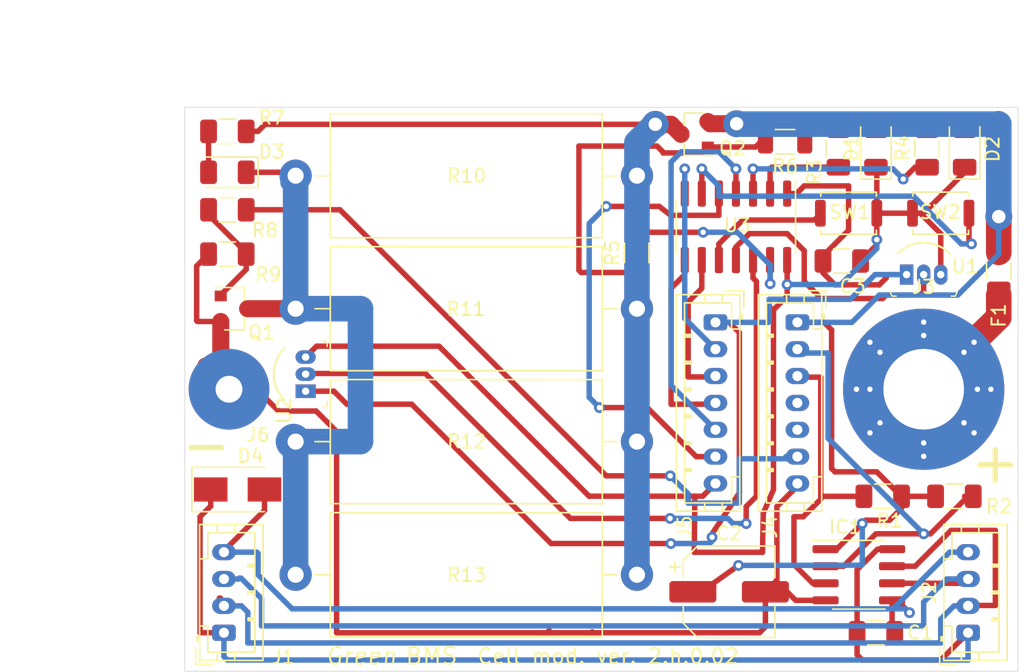
<source format=kicad_pcb>
(kicad_pcb (version 20171130) (host pcbnew "(5.1.9)-1")

  (general
    (thickness 1.6)
    (drawings 11)
    (tracks 371)
    (zones 0)
    (modules 35)
    (nets 34)
  )

  (page A4)
  (title_block
    (date 2021-08-24)
    (rev 0.02)
  )

  (layers
    (0 F.Cu signal)
    (31 B.Cu signal)
    (32 B.Adhes user)
    (33 F.Adhes user)
    (34 B.Paste user)
    (35 F.Paste user)
    (36 B.SilkS user)
    (37 F.SilkS user)
    (38 B.Mask user)
    (39 F.Mask user)
    (40 Dwgs.User user)
    (41 Cmts.User user)
    (42 Eco1.User user)
    (43 Eco2.User user)
    (44 Edge.Cuts user)
    (45 Margin user)
    (46 B.CrtYd user)
    (47 F.CrtYd user hide)
    (48 B.Fab user)
    (49 F.Fab user hide)
  )

  (setup
    (last_trace_width 0.25)
    (user_trace_width 0.4064)
    (user_trace_width 1.27)
    (user_trace_width 1.905)
    (user_trace_width 2.54)
    (trace_clearance 0.2)
    (zone_clearance 0.508)
    (zone_45_only no)
    (trace_min 0.2)
    (via_size 0.8)
    (via_drill 0.4)
    (via_min_size 0.4)
    (via_min_drill 0.3)
    (user_via 2 0.4)
    (user_via 2 1)
    (user_via 5 0.4)
    (user_via 11.999999 6.000001)
    (uvia_size 0.3)
    (uvia_drill 0.1)
    (uvias_allowed no)
    (uvia_min_size 0.2)
    (uvia_min_drill 0.1)
    (edge_width 0.05)
    (segment_width 0.2)
    (pcb_text_width 0.3)
    (pcb_text_size 1.5 1.5)
    (mod_edge_width 0.12)
    (mod_text_size 1 1)
    (mod_text_width 0.15)
    (pad_size 4 4)
    (pad_drill 1)
    (pad_to_mask_clearance 0.05)
    (aux_axis_origin 0 0)
    (visible_elements 7FFFFFFF)
    (pcbplotparams
      (layerselection 0x010fc_ffffffff)
      (usegerberextensions false)
      (usegerberattributes true)
      (usegerberadvancedattributes true)
      (creategerberjobfile true)
      (excludeedgelayer true)
      (linewidth 0.100000)
      (plotframeref false)
      (viasonmask false)
      (mode 1)
      (useauxorigin false)
      (hpglpennumber 1)
      (hpglpenspeed 20)
      (hpglpendiameter 15.000000)
      (psnegative false)
      (psa4output false)
      (plotreference true)
      (plotvalue true)
      (plotinvisibletext false)
      (padsonsilk false)
      (subtractmaskfromsilk false)
      (outputformat 1)
      (mirror false)
      (drillshape 0)
      (scaleselection 1)
      (outputdirectory "Gerber/"))
  )

  (net 0 "")
  (net 1 "Net-(C1-Pad1)")
  (net 2 "Net-(C1-Pad2)")
  (net 3 "Net-(C2-Pad1)")
  (net 4 -BATT)
  (net 5 gnd_tiny)
  (net 6 vcc_tiny)
  (net 7 "Net-(D1-Pad2)")
  (net 8 "Net-(D2-Pad2)")
  (net 9 "Net-(D3-Pad1)")
  (net 10 "Net-(D3-Pad2)")
  (net 11 sda_cel)
  (net 12 scl_cel)
  (net 13 "Net-(IC1-Pad6)")
  (net 14 "Net-(IC1-Pad7)")
  (net 15 msf_cel)
  (net 16 sda_tiny)
  (net 17 scl_tiny)
  (net 18 spr_tiny)
  (net 19 rst_tiny)
  (net 20 msf_tiny)
  (net 21 "Net-(Q1-Pad1)")
  (net 22 "Net-(R3-Pad1)")
  (net 23 "Net-(R4-Pad1)")
  (net 24 "Net-(SW1-Pad2)")
  (net 25 "Net-(SW2-Pad2)")
  (net 26 "Net-(U1-Pad2)")
  (net 27 "Net-(U2-Pad2)")
  (net 28 +BATT)
  (net 29 "Net-(J4-Pad5)")
  (net 30 "Net-(J4-Pad4)")
  (net 31 "Net-(Q2-Pad3)")
  (net 32 "Net-(Q2-Pad1)")
  (net 33 "Net-(R5-Pad2)")

  (net_class Default "This is the default net class."
    (clearance 0.2)
    (trace_width 0.25)
    (via_dia 0.8)
    (via_drill 0.4)
    (uvia_dia 0.3)
    (uvia_drill 0.1)
    (add_net +BATT)
    (add_net -BATT)
    (add_net "Net-(C1-Pad1)")
    (add_net "Net-(C1-Pad2)")
    (add_net "Net-(C2-Pad1)")
    (add_net "Net-(D1-Pad2)")
    (add_net "Net-(D2-Pad2)")
    (add_net "Net-(D3-Pad1)")
    (add_net "Net-(D3-Pad2)")
    (add_net "Net-(IC1-Pad6)")
    (add_net "Net-(IC1-Pad7)")
    (add_net "Net-(J4-Pad4)")
    (add_net "Net-(J4-Pad5)")
    (add_net "Net-(Q1-Pad1)")
    (add_net "Net-(Q2-Pad1)")
    (add_net "Net-(Q2-Pad3)")
    (add_net "Net-(R3-Pad1)")
    (add_net "Net-(R4-Pad1)")
    (add_net "Net-(R5-Pad2)")
    (add_net "Net-(SW1-Pad2)")
    (add_net "Net-(SW2-Pad2)")
    (add_net "Net-(U1-Pad2)")
    (add_net "Net-(U2-Pad2)")
    (add_net gnd_tiny)
    (add_net msf_cel)
    (add_net msf_tiny)
    (add_net rst_tiny)
    (add_net scl_cel)
    (add_net scl_tiny)
    (add_net sda_cel)
    (add_net sda_tiny)
    (add_net spr_tiny)
    (add_net vcc_tiny)
  )

  (module Resistor_THT:R_Axial_DIN0922_L20.0mm_D9.0mm_P25.40mm_Horizontal (layer F.Cu) (tedit 5AE5139B) (tstamp 5FF48E0A)
    (at 152.146 102.10038 180)
    (descr "Resistor, Axial_DIN0922 series, Axial, Horizontal, pin pitch=25.4mm, 5W, length*diameter=20*9mm^2, http://www.vishay.com/docs/20128/wkxwrx.pdf")
    (tags "Resistor Axial_DIN0922 series Axial Horizontal pin pitch 25.4mm 5W length 20mm diameter 9mm")
    (path /5F019455)
    (fp_text reference R12 (at 12.6746 0.01524) (layer F.SilkS)
      (effects (font (size 1 1) (thickness 0.15)))
    )
    (fp_text value 12 (at 12.7 5.62) (layer F.Fab)
      (effects (font (size 1 1) (thickness 0.15)))
    )
    (fp_line (start 26.85 -4.75) (end -1.45 -4.75) (layer F.CrtYd) (width 0.05))
    (fp_line (start 26.85 4.75) (end 26.85 -4.75) (layer F.CrtYd) (width 0.05))
    (fp_line (start -1.45 4.75) (end 26.85 4.75) (layer F.CrtYd) (width 0.05))
    (fp_line (start -1.45 -4.75) (end -1.45 4.75) (layer F.CrtYd) (width 0.05))
    (fp_line (start 23.96 0) (end 22.82 0) (layer F.SilkS) (width 0.12))
    (fp_line (start 1.44 0) (end 2.58 0) (layer F.SilkS) (width 0.12))
    (fp_line (start 22.82 -4.62) (end 2.58 -4.62) (layer F.SilkS) (width 0.12))
    (fp_line (start 22.82 4.62) (end 22.82 -4.62) (layer F.SilkS) (width 0.12))
    (fp_line (start 2.58 4.62) (end 22.82 4.62) (layer F.SilkS) (width 0.12))
    (fp_line (start 2.58 -4.62) (end 2.58 4.62) (layer F.SilkS) (width 0.12))
    (fp_line (start 25.4 0) (end 22.7 0) (layer F.Fab) (width 0.1))
    (fp_line (start 0 0) (end 2.7 0) (layer F.Fab) (width 0.1))
    (fp_line (start 22.7 -4.5) (end 2.7 -4.5) (layer F.Fab) (width 0.1))
    (fp_line (start 22.7 4.5) (end 22.7 -4.5) (layer F.Fab) (width 0.1))
    (fp_line (start 2.7 4.5) (end 22.7 4.5) (layer F.Fab) (width 0.1))
    (fp_line (start 2.7 -4.5) (end 2.7 4.5) (layer F.Fab) (width 0.1))
    (fp_text user %R (at 12.7 0) (layer F.Fab)
      (effects (font (size 1 1) (thickness 0.15)))
    )
    (pad 1 thru_hole circle (at 0 0 180) (size 2.4 2.4) (drill 1.2) (layers *.Cu *.Mask)
      (net 31 "Net-(Q2-Pad3)"))
    (pad 2 thru_hole oval (at 25.4 0 180) (size 2.4 2.4) (drill 1.2) (layers *.Cu *.Mask)
      (net 9 "Net-(D3-Pad1)"))
    (model ${KISYS3DMOD}/Resistor_THT.3dshapes/R_Axial_DIN0922_L20.0mm_D9.0mm_P25.40mm_Horizontal.wrl
      (at (xyz 0 0 0))
      (scale (xyz 1 1 1))
      (rotate (xyz 0 0 0))
    )
  )

  (module Resistor_SMD:R_1206_3216Metric (layer F.Cu) (tedit 5F68FEEE) (tstamp 603AE31D)
    (at 163.17 79.77 180)
    (descr "Resistor SMD 1206 (3216 Metric), square (rectangular) end terminal, IPC_7351 nominal, (Body size source: IPC-SM-782 page 72, https://www.pcb-3d.com/wordpress/wp-content/uploads/ipc-sm-782a_amendment_1_and_2.pdf), generated with kicad-footprint-generator")
    (tags resistor)
    (path /603E5B1D)
    (attr smd)
    (fp_text reference R6 (at 0 -1.82) (layer F.SilkS)
      (effects (font (size 1 1) (thickness 0.15)))
    )
    (fp_text value 10k (at 0 1.82) (layer F.Fab)
      (effects (font (size 1 1) (thickness 0.15)))
    )
    (fp_line (start 2.28 1.12) (end -2.28 1.12) (layer F.CrtYd) (width 0.05))
    (fp_line (start 2.28 -1.12) (end 2.28 1.12) (layer F.CrtYd) (width 0.05))
    (fp_line (start -2.28 -1.12) (end 2.28 -1.12) (layer F.CrtYd) (width 0.05))
    (fp_line (start -2.28 1.12) (end -2.28 -1.12) (layer F.CrtYd) (width 0.05))
    (fp_line (start -0.727064 0.91) (end 0.727064 0.91) (layer F.SilkS) (width 0.12))
    (fp_line (start -0.727064 -0.91) (end 0.727064 -0.91) (layer F.SilkS) (width 0.12))
    (fp_line (start 1.6 0.8) (end -1.6 0.8) (layer F.Fab) (width 0.1))
    (fp_line (start 1.6 -0.8) (end 1.6 0.8) (layer F.Fab) (width 0.1))
    (fp_line (start -1.6 -0.8) (end 1.6 -0.8) (layer F.Fab) (width 0.1))
    (fp_line (start -1.6 0.8) (end -1.6 -0.8) (layer F.Fab) (width 0.1))
    (fp_text user %R (at 0 0) (layer F.Fab)
      (effects (font (size 0.8 0.8) (thickness 0.12)))
    )
    (pad 2 smd roundrect (at 1.4625 0 180) (size 1.125 1.75) (layers F.Cu F.Paste F.Mask) (roundrect_rratio 0.222222)
      (net 32 "Net-(Q2-Pad1)"))
    (pad 1 smd roundrect (at -1.4625 0 180) (size 1.125 1.75) (layers F.Cu F.Paste F.Mask) (roundrect_rratio 0.222222)
      (net 3 "Net-(C2-Pad1)"))
    (model ${KISYS3DMOD}/Resistor_SMD.3dshapes/R_1206_3216Metric.wrl
      (at (xyz 0 0 0))
      (scale (xyz 1 1 1))
      (rotate (xyz 0 0 0))
    )
  )

  (module Resistor_SMD:R_1206_3216Metric (layer F.Cu) (tedit 5F68FEEE) (tstamp 603AE30C)
    (at 152.13 88.04 90)
    (descr "Resistor SMD 1206 (3216 Metric), square (rectangular) end terminal, IPC_7351 nominal, (Body size source: IPC-SM-782 page 72, https://www.pcb-3d.com/wordpress/wp-content/uploads/ipc-sm-782a_amendment_1_and_2.pdf), generated with kicad-footprint-generator")
    (tags resistor)
    (path /603EC89B)
    (attr smd)
    (fp_text reference R5 (at 0 -1.82 90) (layer F.SilkS)
      (effects (font (size 1 1) (thickness 0.15)))
    )
    (fp_text value 220 (at 0 1.82 90) (layer F.Fab)
      (effects (font (size 1 1) (thickness 0.15)))
    )
    (fp_line (start 2.28 1.12) (end -2.28 1.12) (layer F.CrtYd) (width 0.05))
    (fp_line (start 2.28 -1.12) (end 2.28 1.12) (layer F.CrtYd) (width 0.05))
    (fp_line (start -2.28 -1.12) (end 2.28 -1.12) (layer F.CrtYd) (width 0.05))
    (fp_line (start -2.28 1.12) (end -2.28 -1.12) (layer F.CrtYd) (width 0.05))
    (fp_line (start -0.727064 0.91) (end 0.727064 0.91) (layer F.SilkS) (width 0.12))
    (fp_line (start -0.727064 -0.91) (end 0.727064 -0.91) (layer F.SilkS) (width 0.12))
    (fp_line (start 1.6 0.8) (end -1.6 0.8) (layer F.Fab) (width 0.1))
    (fp_line (start 1.6 -0.8) (end 1.6 0.8) (layer F.Fab) (width 0.1))
    (fp_line (start -1.6 -0.8) (end 1.6 -0.8) (layer F.Fab) (width 0.1))
    (fp_line (start -1.6 0.8) (end -1.6 -0.8) (layer F.Fab) (width 0.1))
    (fp_text user %R (at 0 0 90) (layer F.Fab)
      (effects (font (size 0.8 0.8) (thickness 0.12)))
    )
    (pad 2 smd roundrect (at 1.4625 0 90) (size 1.125 1.75) (layers F.Cu F.Paste F.Mask) (roundrect_rratio 0.222222)
      (net 33 "Net-(R5-Pad2)"))
    (pad 1 smd roundrect (at -1.4625 0 90) (size 1.125 1.75) (layers F.Cu F.Paste F.Mask) (roundrect_rratio 0.222222)
      (net 32 "Net-(Q2-Pad1)"))
    (model ${KISYS3DMOD}/Resistor_SMD.3dshapes/R_1206_3216Metric.wrl
      (at (xyz 0 0 0))
      (scale (xyz 1 1 1))
      (rotate (xyz 0 0 0))
    )
  )

  (module Package_TO_SOT_SMD:SOT-23 (layer F.Cu) (tedit 5A02FF57) (tstamp 603AE27B)
    (at 156.42 79.21 180)
    (descr "SOT-23, Standard")
    (tags SOT-23)
    (path /603CDC61)
    (attr smd)
    (fp_text reference Q2 (at -2.838 -1.054) (layer F.SilkS)
      (effects (font (size 1 1) (thickness 0.15)))
    )
    (fp_text value AO3401A (at 0 2.5) (layer F.Fab)
      (effects (font (size 1 1) (thickness 0.15)))
    )
    (fp_line (start 0.76 1.58) (end -0.7 1.58) (layer F.SilkS) (width 0.12))
    (fp_line (start 0.76 -1.58) (end -1.4 -1.58) (layer F.SilkS) (width 0.12))
    (fp_line (start -1.7 1.75) (end -1.7 -1.75) (layer F.CrtYd) (width 0.05))
    (fp_line (start 1.7 1.75) (end -1.7 1.75) (layer F.CrtYd) (width 0.05))
    (fp_line (start 1.7 -1.75) (end 1.7 1.75) (layer F.CrtYd) (width 0.05))
    (fp_line (start -1.7 -1.75) (end 1.7 -1.75) (layer F.CrtYd) (width 0.05))
    (fp_line (start 0.76 -1.58) (end 0.76 -0.65) (layer F.SilkS) (width 0.12))
    (fp_line (start 0.76 1.58) (end 0.76 0.65) (layer F.SilkS) (width 0.12))
    (fp_line (start -0.7 1.52) (end 0.7 1.52) (layer F.Fab) (width 0.1))
    (fp_line (start 0.7 -1.52) (end 0.7 1.52) (layer F.Fab) (width 0.1))
    (fp_line (start -0.7 -0.95) (end -0.15 -1.52) (layer F.Fab) (width 0.1))
    (fp_line (start -0.15 -1.52) (end 0.7 -1.52) (layer F.Fab) (width 0.1))
    (fp_line (start -0.7 -0.95) (end -0.7 1.5) (layer F.Fab) (width 0.1))
    (fp_text user %R (at 0 0 90) (layer F.Fab)
      (effects (font (size 0.5 0.5) (thickness 0.075)))
    )
    (pad 3 smd rect (at 1 0 180) (size 0.9 0.8) (layers F.Cu F.Paste F.Mask)
      (net 31 "Net-(Q2-Pad3)"))
    (pad 2 smd rect (at -1 0.95 180) (size 0.9 0.8) (layers F.Cu F.Paste F.Mask)
      (net 3 "Net-(C2-Pad1)"))
    (pad 1 smd rect (at -1 -0.95 180) (size 0.9 0.8) (layers F.Cu F.Paste F.Mask)
      (net 32 "Net-(Q2-Pad1)"))
    (model ${KISYS3DMOD}/Package_TO_SOT_SMD.3dshapes/SOT-23.wrl
      (at (xyz 0 0 0))
      (scale (xyz 1 1 1))
      (rotate (xyz 0 0 0))
    )
  )

  (module Package_TO_SOT_SMD:SOT-23 (layer F.Cu) (tedit 5A02FF57) (tstamp 5FF4C4AD)
    (at 122.174 92.202)
    (descr "SOT-23, Standard")
    (tags SOT-23)
    (path /603BA86D)
    (attr smd)
    (fp_text reference Q1 (at 2.032 1.778) (layer F.SilkS)
      (effects (font (size 1 1) (thickness 0.15)))
    )
    (fp_text value AO3400A (at 0 2.5) (layer F.Fab)
      (effects (font (size 1 1) (thickness 0.15)))
    )
    (fp_line (start 0.76 1.58) (end -0.7 1.58) (layer F.SilkS) (width 0.12))
    (fp_line (start 0.76 -1.58) (end -1.4 -1.58) (layer F.SilkS) (width 0.12))
    (fp_line (start -1.7 1.75) (end -1.7 -1.75) (layer F.CrtYd) (width 0.05))
    (fp_line (start 1.7 1.75) (end -1.7 1.75) (layer F.CrtYd) (width 0.05))
    (fp_line (start 1.7 -1.75) (end 1.7 1.75) (layer F.CrtYd) (width 0.05))
    (fp_line (start -1.7 -1.75) (end 1.7 -1.75) (layer F.CrtYd) (width 0.05))
    (fp_line (start 0.76 -1.58) (end 0.76 -0.65) (layer F.SilkS) (width 0.12))
    (fp_line (start 0.76 1.58) (end 0.76 0.65) (layer F.SilkS) (width 0.12))
    (fp_line (start -0.7 1.52) (end 0.7 1.52) (layer F.Fab) (width 0.1))
    (fp_line (start 0.7 -1.52) (end 0.7 1.52) (layer F.Fab) (width 0.1))
    (fp_line (start -0.7 -0.95) (end -0.15 -1.52) (layer F.Fab) (width 0.1))
    (fp_line (start -0.15 -1.52) (end 0.7 -1.52) (layer F.Fab) (width 0.1))
    (fp_line (start -0.7 -0.95) (end -0.7 1.5) (layer F.Fab) (width 0.1))
    (fp_text user %R (at 0 0 90) (layer F.Fab)
      (effects (font (size 0.5 0.5) (thickness 0.075)))
    )
    (pad 3 smd rect (at 1 0) (size 0.9 0.8) (layers F.Cu F.Paste F.Mask)
      (net 9 "Net-(D3-Pad1)"))
    (pad 2 smd rect (at -1 0.95) (size 0.9 0.8) (layers F.Cu F.Paste F.Mask)
      (net 4 -BATT))
    (pad 1 smd rect (at -1 -0.95) (size 0.9 0.8) (layers F.Cu F.Paste F.Mask)
      (net 21 "Net-(Q1-Pad1)"))
    (model ${KISYS3DMOD}/Package_TO_SOT_SMD.3dshapes/SOT-23.wrl
      (at (xyz 0 0 0))
      (scale (xyz 1 1 1))
      (rotate (xyz 0 0 0))
    )
  )

  (module Green_bms_library:SolderWire-battery_cell_pole_2 (layer F.Cu) (tedit 60326DB5) (tstamp 5FF6EFED)
    (at 173.482 98.2)
    (descr "Soldered wire connection, for a single 0.1 mm² wire, basic insulation, conductor diameter 0.4mm, outer diameter 1mm, size source Multi-Contact FLEXI-E 0.1 (https://ec.staubli.com/AcroFiles/Catalogues/TM_Cab-Main-11014119_(en)_hi.pdf), bend radius 3 times outer diameter, generated with kicad-footprint-generator")
    (tags "connector wire 0.1sqmm")
    (path /5FF798B4)
    (attr virtual)
    (fp_text reference J3 (at 0 -7.62) (layer F.SilkS)
      (effects (font (size 1 1) (thickness 0.15)))
    )
    (fp_text value Conn_01x01 (at 0 7.62) (layer F.Fab)
      (effects (font (size 1 1) (thickness 0.15)))
    )
    (fp_line (start -6.35 -6.35) (end -6.35 6.35) (layer F.CrtYd) (width 0.05))
    (fp_line (start -6.35 6.35) (end 6.35 6.35) (layer F.CrtYd) (width 0.05))
    (fp_line (start 6.35 6.35) (end 6.35 -6.35) (layer F.CrtYd) (width 0.05))
    (fp_line (start 6.35 -6.35) (end -6.35 -6.35) (layer F.CrtYd) (width 0.05))
    (pad "" thru_hole circle (at 3 -2.75) (size 0.8 0.8) (drill 0.4) (layers *.Cu *.Mask))
    (pad "" thru_hole circle (at -3.25 -2.75) (size 0.8 0.8) (drill 0.4) (layers *.Cu *.Mask))
    (pad "" thru_hole circle (at -3.25 2.5) (size 0.8 0.8) (drill 0.4) (layers *.Cu *.Mask))
    (pad "" thru_hole circle (at 3.75 -3.5) (size 0.8 0.8) (drill 0.4) (layers *.Cu *.Mask))
    (pad "" thru_hole circle (at -4 3.25) (size 0.8 0.8) (drill 0.4) (layers *.Cu *.Mask))
    (pad "" thru_hole circle (at -4 -3.5) (size 0.8 0.8) (drill 0.4) (layers *.Cu *.Mask))
    (pad "" thru_hole circle (at 3.75 3.25) (size 0.8 0.8) (drill 0.4) (layers *.Cu *.Mask))
    (pad "" thru_hole circle (at 3 2.5) (size 0.8 0.8) (drill 0.4) (layers *.Cu *.Mask))
    (pad "" thru_hole circle (at -4 0) (size 0.8 0.8) (drill 0.4) (layers *.Cu *.Mask))
    (pad "" thru_hole circle (at 0 -5) (size 0.8 0.8) (drill 0.4) (layers *.Cu *.Mask))
    (pad "" thru_hole circle (at 0 -4) (size 0.8 0.8) (drill 0.4) (layers *.Cu *.Mask))
    (pad "" thru_hole circle (at 0 5) (size 0.8 0.8) (drill 0.4) (layers *.Cu *.Mask))
    (pad "" thru_hole circle (at 0 4) (size 0.8 0.8) (drill 0.4) (layers *.Cu *.Mask))
    (pad "" thru_hole circle (at 5 0) (size 0.8 0.8) (drill 0.4) (layers *.Cu *.Mask))
    (pad "" thru_hole circle (at 4 0) (size 0.8 0.8) (drill 0.4) (layers *.Cu *.Mask))
    (pad "" thru_hole circle (at -5 0) (size 0.8 0.8) (drill 0.4) (layers *.Cu *.Mask))
    (pad 1 thru_hole circle (at 0 0) (size 12 12) (drill 6) (layers *.Cu *.Mask)
      (net 28 +BATT))
    (model ${KISYS3DMOD}/Connector_Wire.3dshapes/SolderWire-0.1sqmm_1x01_D0.4mm_OD1mm.wrl
      (at (xyz 0 0 0))
      (scale (xyz 1 1 1))
      (rotate (xyz 0 0 0))
    )
  )

  (module Green_bms_library:SolderWire-battery_cell_for_wire_2 (layer F.Cu) (tedit 5FF81DC4) (tstamp 5FF6F0FE)
    (at 121.78792 98.2)
    (descr "Soldered wire connection, for a single 0.1 mm² wire, basic insulation, conductor diameter 0.4mm, outer diameter 1mm, size source Multi-Contact FLEXI-E 0.1 (https://ec.staubli.com/AcroFiles/Catalogues/TM_Cab-Main-11014119_(en)_hi.pdf), bend radius 3 times outer diameter, generated with kicad-footprint-generator")
    (tags "connector wire 0.1sqmm")
    (path /6002E3C0)
    (attr virtual)
    (fp_text reference J6 (at 2.16408 3.4) (layer F.SilkS)
      (effects (font (size 1 1) (thickness 0.15)))
    )
    (fp_text value Conn_01x01 (at 0 4.064) (layer F.Fab)
      (effects (font (size 1 1) (thickness 0.15)))
    )
    (fp_line (start -3.048 -3.048) (end -3.048 3.048) (layer F.CrtYd) (width 0.05))
    (fp_line (start -3.048 3.048) (end 3.048 3.048) (layer F.CrtYd) (width 0.05))
    (fp_line (start 3.048 3.048) (end 3.048 -3.048) (layer F.CrtYd) (width 0.05))
    (fp_line (start 3.048 -3.048) (end -3.048 -3.048) (layer F.CrtYd) (width 0.05))
    (pad 1 thru_hole circle (at 0 0) (size 6 6) (drill 2) (layers *.Cu *.Mask)
      (net 4 -BATT))
    (model ${KISYS3DMOD}/Connector_Wire.3dshapes/SolderWire-0.1sqmm_1x01_D0.4mm_OD1mm.wrl
      (at (xyz 0 0 0))
      (scale (xyz 1 1 1))
      (rotate (xyz 0 0 0))
    )
  )

  (module Capacitor_SMD:CP_Elec_6.3x5.8 (layer F.Cu) (tedit 5BCA39D0) (tstamp 5FF48BBF)
    (at 159.004 113.284)
    (descr "SMD capacitor, aluminum electrolytic, Nichicon, 6.3x5.8mm")
    (tags "capacitor electrolytic")
    (path /5F024913)
    (attr smd)
    (fp_text reference C2 (at 0 -4.35) (layer F.SilkS)
      (effects (font (size 1 1) (thickness 0.15)))
    )
    (fp_text value 100/16v (at 0 4.35) (layer F.Fab)
      (effects (font (size 1 1) (thickness 0.15)))
    )
    (fp_line (start -4.7 1.05) (end -3.55 1.05) (layer F.CrtYd) (width 0.05))
    (fp_line (start -4.7 -1.05) (end -4.7 1.05) (layer F.CrtYd) (width 0.05))
    (fp_line (start -3.55 -1.05) (end -4.7 -1.05) (layer F.CrtYd) (width 0.05))
    (fp_line (start -3.55 1.05) (end -3.55 2.4) (layer F.CrtYd) (width 0.05))
    (fp_line (start -3.55 -2.4) (end -3.55 -1.05) (layer F.CrtYd) (width 0.05))
    (fp_line (start -3.55 -2.4) (end -2.4 -3.55) (layer F.CrtYd) (width 0.05))
    (fp_line (start -3.55 2.4) (end -2.4 3.55) (layer F.CrtYd) (width 0.05))
    (fp_line (start -2.4 -3.55) (end 3.55 -3.55) (layer F.CrtYd) (width 0.05))
    (fp_line (start -2.4 3.55) (end 3.55 3.55) (layer F.CrtYd) (width 0.05))
    (fp_line (start 3.55 1.05) (end 3.55 3.55) (layer F.CrtYd) (width 0.05))
    (fp_line (start 4.7 1.05) (end 3.55 1.05) (layer F.CrtYd) (width 0.05))
    (fp_line (start 4.7 -1.05) (end 4.7 1.05) (layer F.CrtYd) (width 0.05))
    (fp_line (start 3.55 -1.05) (end 4.7 -1.05) (layer F.CrtYd) (width 0.05))
    (fp_line (start 3.55 -3.55) (end 3.55 -1.05) (layer F.CrtYd) (width 0.05))
    (fp_line (start -4.04375 -2.24125) (end -4.04375 -1.45375) (layer F.SilkS) (width 0.12))
    (fp_line (start -4.4375 -1.8475) (end -3.65 -1.8475) (layer F.SilkS) (width 0.12))
    (fp_line (start -3.41 2.345563) (end -2.345563 3.41) (layer F.SilkS) (width 0.12))
    (fp_line (start -3.41 -2.345563) (end -2.345563 -3.41) (layer F.SilkS) (width 0.12))
    (fp_line (start -3.41 -2.345563) (end -3.41 -1.06) (layer F.SilkS) (width 0.12))
    (fp_line (start -3.41 2.345563) (end -3.41 1.06) (layer F.SilkS) (width 0.12))
    (fp_line (start -2.345563 3.41) (end 3.41 3.41) (layer F.SilkS) (width 0.12))
    (fp_line (start -2.345563 -3.41) (end 3.41 -3.41) (layer F.SilkS) (width 0.12))
    (fp_line (start 3.41 -3.41) (end 3.41 -1.06) (layer F.SilkS) (width 0.12))
    (fp_line (start 3.41 3.41) (end 3.41 1.06) (layer F.SilkS) (width 0.12))
    (fp_line (start -2.389838 -1.645) (end -2.389838 -1.015) (layer F.Fab) (width 0.1))
    (fp_line (start -2.704838 -1.33) (end -2.074838 -1.33) (layer F.Fab) (width 0.1))
    (fp_line (start -3.3 2.3) (end -2.3 3.3) (layer F.Fab) (width 0.1))
    (fp_line (start -3.3 -2.3) (end -2.3 -3.3) (layer F.Fab) (width 0.1))
    (fp_line (start -3.3 -2.3) (end -3.3 2.3) (layer F.Fab) (width 0.1))
    (fp_line (start -2.3 3.3) (end 3.3 3.3) (layer F.Fab) (width 0.1))
    (fp_line (start -2.3 -3.3) (end 3.3 -3.3) (layer F.Fab) (width 0.1))
    (fp_line (start 3.3 -3.3) (end 3.3 3.3) (layer F.Fab) (width 0.1))
    (fp_circle (center 0 0) (end 3.15 0) (layer F.Fab) (width 0.1))
    (fp_text user %R (at 0 0) (layer F.Fab)
      (effects (font (size 1 1) (thickness 0.15)))
    )
    (pad 1 smd roundrect (at -2.7 0) (size 3.5 1.6) (layers F.Cu F.Paste F.Mask) (roundrect_rratio 0.15625)
      (net 3 "Net-(C2-Pad1)"))
    (pad 2 smd roundrect (at 2.7 0) (size 3.5 1.6) (layers F.Cu F.Paste F.Mask) (roundrect_rratio 0.15625)
      (net 4 -BATT))
    (model ${KISYS3DMOD}/Capacitor_SMD.3dshapes/CP_Elec_6.3x5.8.wrl
      (at (xyz 0 0 0))
      (scale (xyz 1 1 1))
      (rotate (xyz 0 0 0))
    )
  )

  (module Connector_JST:JST_PH_B7B-PH-K_1x07_P2.00mm_Vertical (layer F.Cu) (tedit 5B7745C2) (tstamp 5FF48D34)
    (at 157.988 93.218 270)
    (descr "JST PH series connector, B7B-PH-K (http://www.jst-mfg.com/product/pdf/eng/ePH.pdf), generated with kicad-footprint-generator")
    (tags "connector JST PH side entry")
    (path /6006DCA4)
    (fp_text reference J5 (at 15.24 2.286 90) (layer F.SilkS)
      (effects (font (size 1 1) (thickness 0.15)))
    )
    (fp_text value Conn_01x07 (at 6 4 90) (layer F.Fab)
      (effects (font (size 1 1) (thickness 0.15)))
    )
    (fp_line (start 14.45 -2.2) (end -2.45 -2.2) (layer F.CrtYd) (width 0.05))
    (fp_line (start 14.45 3.3) (end 14.45 -2.2) (layer F.CrtYd) (width 0.05))
    (fp_line (start -2.45 3.3) (end 14.45 3.3) (layer F.CrtYd) (width 0.05))
    (fp_line (start -2.45 -2.2) (end -2.45 3.3) (layer F.CrtYd) (width 0.05))
    (fp_line (start 13.95 -1.7) (end -1.95 -1.7) (layer F.Fab) (width 0.1))
    (fp_line (start 13.95 2.8) (end 13.95 -1.7) (layer F.Fab) (width 0.1))
    (fp_line (start -1.95 2.8) (end 13.95 2.8) (layer F.Fab) (width 0.1))
    (fp_line (start -1.95 -1.7) (end -1.95 2.8) (layer F.Fab) (width 0.1))
    (fp_line (start -2.36 -2.11) (end -2.36 -0.86) (layer F.Fab) (width 0.1))
    (fp_line (start -1.11 -2.11) (end -2.36 -2.11) (layer F.Fab) (width 0.1))
    (fp_line (start -2.36 -2.11) (end -2.36 -0.86) (layer F.SilkS) (width 0.12))
    (fp_line (start -1.11 -2.11) (end -2.36 -2.11) (layer F.SilkS) (width 0.12))
    (fp_line (start 11 2.3) (end 11 1.8) (layer F.SilkS) (width 0.12))
    (fp_line (start 11.1 1.8) (end 11.1 2.3) (layer F.SilkS) (width 0.12))
    (fp_line (start 10.9 1.8) (end 11.1 1.8) (layer F.SilkS) (width 0.12))
    (fp_line (start 10.9 2.3) (end 10.9 1.8) (layer F.SilkS) (width 0.12))
    (fp_line (start 9 2.3) (end 9 1.8) (layer F.SilkS) (width 0.12))
    (fp_line (start 9.1 1.8) (end 9.1 2.3) (layer F.SilkS) (width 0.12))
    (fp_line (start 8.9 1.8) (end 9.1 1.8) (layer F.SilkS) (width 0.12))
    (fp_line (start 8.9 2.3) (end 8.9 1.8) (layer F.SilkS) (width 0.12))
    (fp_line (start 7 2.3) (end 7 1.8) (layer F.SilkS) (width 0.12))
    (fp_line (start 7.1 1.8) (end 7.1 2.3) (layer F.SilkS) (width 0.12))
    (fp_line (start 6.9 1.8) (end 7.1 1.8) (layer F.SilkS) (width 0.12))
    (fp_line (start 6.9 2.3) (end 6.9 1.8) (layer F.SilkS) (width 0.12))
    (fp_line (start 5 2.3) (end 5 1.8) (layer F.SilkS) (width 0.12))
    (fp_line (start 5.1 1.8) (end 5.1 2.3) (layer F.SilkS) (width 0.12))
    (fp_line (start 4.9 1.8) (end 5.1 1.8) (layer F.SilkS) (width 0.12))
    (fp_line (start 4.9 2.3) (end 4.9 1.8) (layer F.SilkS) (width 0.12))
    (fp_line (start 3 2.3) (end 3 1.8) (layer F.SilkS) (width 0.12))
    (fp_line (start 3.1 1.8) (end 3.1 2.3) (layer F.SilkS) (width 0.12))
    (fp_line (start 2.9 1.8) (end 3.1 1.8) (layer F.SilkS) (width 0.12))
    (fp_line (start 2.9 2.3) (end 2.9 1.8) (layer F.SilkS) (width 0.12))
    (fp_line (start 1 2.3) (end 1 1.8) (layer F.SilkS) (width 0.12))
    (fp_line (start 1.1 1.8) (end 1.1 2.3) (layer F.SilkS) (width 0.12))
    (fp_line (start 0.9 1.8) (end 1.1 1.8) (layer F.SilkS) (width 0.12))
    (fp_line (start 0.9 2.3) (end 0.9 1.8) (layer F.SilkS) (width 0.12))
    (fp_line (start 14.06 0.8) (end 13.45 0.8) (layer F.SilkS) (width 0.12))
    (fp_line (start 14.06 -0.5) (end 13.45 -0.5) (layer F.SilkS) (width 0.12))
    (fp_line (start -2.06 0.8) (end -1.45 0.8) (layer F.SilkS) (width 0.12))
    (fp_line (start -2.06 -0.5) (end -1.45 -0.5) (layer F.SilkS) (width 0.12))
    (fp_line (start 11.5 -1.2) (end 11.5 -1.81) (layer F.SilkS) (width 0.12))
    (fp_line (start 13.45 -1.2) (end 11.5 -1.2) (layer F.SilkS) (width 0.12))
    (fp_line (start 13.45 2.3) (end 13.45 -1.2) (layer F.SilkS) (width 0.12))
    (fp_line (start -1.45 2.3) (end 13.45 2.3) (layer F.SilkS) (width 0.12))
    (fp_line (start -1.45 -1.2) (end -1.45 2.3) (layer F.SilkS) (width 0.12))
    (fp_line (start 0.5 -1.2) (end -1.45 -1.2) (layer F.SilkS) (width 0.12))
    (fp_line (start 0.5 -1.81) (end 0.5 -1.2) (layer F.SilkS) (width 0.12))
    (fp_line (start -0.3 -1.91) (end -0.6 -1.91) (layer F.SilkS) (width 0.12))
    (fp_line (start -0.6 -2.01) (end -0.6 -1.81) (layer F.SilkS) (width 0.12))
    (fp_line (start -0.3 -2.01) (end -0.6 -2.01) (layer F.SilkS) (width 0.12))
    (fp_line (start -0.3 -1.81) (end -0.3 -2.01) (layer F.SilkS) (width 0.12))
    (fp_line (start 14.06 -1.81) (end -2.06 -1.81) (layer F.SilkS) (width 0.12))
    (fp_line (start 14.06 2.91) (end 14.06 -1.81) (layer F.SilkS) (width 0.12))
    (fp_line (start -2.06 2.91) (end 14.06 2.91) (layer F.SilkS) (width 0.12))
    (fp_line (start -2.06 -1.81) (end -2.06 2.91) (layer F.SilkS) (width 0.12))
    (fp_text user %R (at 6 1.5 90) (layer F.Fab)
      (effects (font (size 1 1) (thickness 0.15)))
    )
    (pad 1 thru_hole roundrect (at 0 0 270) (size 1.2 1.75) (drill 0.75) (layers *.Cu *.Mask) (roundrect_rratio 0.208333)
      (net 6 vcc_tiny))
    (pad 2 thru_hole oval (at 2 0 270) (size 1.2 1.75) (drill 0.75) (layers *.Cu *.Mask)
      (net 16 sda_tiny))
    (pad 3 thru_hole oval (at 4 0 270) (size 1.2 1.75) (drill 0.75) (layers *.Cu *.Mask)
      (net 17 scl_tiny))
    (pad 4 thru_hole oval (at 6 0 270) (size 1.2 1.75) (drill 0.75) (layers *.Cu *.Mask)
      (net 18 spr_tiny))
    (pad 5 thru_hole oval (at 8 0 270) (size 1.2 1.75) (drill 0.75) (layers *.Cu *.Mask)
      (net 19 rst_tiny))
    (pad 6 thru_hole oval (at 10 0 270) (size 1.2 1.75) (drill 0.75) (layers *.Cu *.Mask)
      (net 20 msf_tiny))
    (pad 7 thru_hole oval (at 12 0 270) (size 1.2 1.75) (drill 0.75) (layers *.Cu *.Mask)
      (net 5 gnd_tiny))
    (model ${KISYS3DMOD}/Connector_JST.3dshapes/JST_PH_B7B-PH-K_1x07_P2.00mm_Vertical.wrl
      (at (xyz 0 0 0))
      (scale (xyz 1 1 1))
      (rotate (xyz 0 0 0))
    )
  )

  (module Connector_JST:JST_PH_B4B-PH-K_1x04_P2.00mm_Vertical (layer F.Cu) (tedit 5B7745C2) (tstamp 5FF48CAE)
    (at 176.784 116.332 90)
    (descr "JST PH series connector, B4B-PH-K (http://www.jst-mfg.com/product/pdf/eng/ePH.pdf), generated with kicad-footprint-generator")
    (tags "connector JST PH side entry")
    (path /5F0D5262)
    (fp_text reference J2 (at 3 -2.9 90) (layer F.SilkS)
      (effects (font (size 1 1) (thickness 0.15)))
    )
    (fp_text value Conn_01x04 (at 3 4 90) (layer F.Fab)
      (effects (font (size 1 1) (thickness 0.15)))
    )
    (fp_line (start -2.06 -1.81) (end -2.06 2.91) (layer F.SilkS) (width 0.12))
    (fp_line (start -2.06 2.91) (end 8.06 2.91) (layer F.SilkS) (width 0.12))
    (fp_line (start 8.06 2.91) (end 8.06 -1.81) (layer F.SilkS) (width 0.12))
    (fp_line (start 8.06 -1.81) (end -2.06 -1.81) (layer F.SilkS) (width 0.12))
    (fp_line (start -0.3 -1.81) (end -0.3 -2.01) (layer F.SilkS) (width 0.12))
    (fp_line (start -0.3 -2.01) (end -0.6 -2.01) (layer F.SilkS) (width 0.12))
    (fp_line (start -0.6 -2.01) (end -0.6 -1.81) (layer F.SilkS) (width 0.12))
    (fp_line (start -0.3 -1.91) (end -0.6 -1.91) (layer F.SilkS) (width 0.12))
    (fp_line (start 0.5 -1.81) (end 0.5 -1.2) (layer F.SilkS) (width 0.12))
    (fp_line (start 0.5 -1.2) (end -1.45 -1.2) (layer F.SilkS) (width 0.12))
    (fp_line (start -1.45 -1.2) (end -1.45 2.3) (layer F.SilkS) (width 0.12))
    (fp_line (start -1.45 2.3) (end 7.45 2.3) (layer F.SilkS) (width 0.12))
    (fp_line (start 7.45 2.3) (end 7.45 -1.2) (layer F.SilkS) (width 0.12))
    (fp_line (start 7.45 -1.2) (end 5.5 -1.2) (layer F.SilkS) (width 0.12))
    (fp_line (start 5.5 -1.2) (end 5.5 -1.81) (layer F.SilkS) (width 0.12))
    (fp_line (start -2.06 -0.5) (end -1.45 -0.5) (layer F.SilkS) (width 0.12))
    (fp_line (start -2.06 0.8) (end -1.45 0.8) (layer F.SilkS) (width 0.12))
    (fp_line (start 8.06 -0.5) (end 7.45 -0.5) (layer F.SilkS) (width 0.12))
    (fp_line (start 8.06 0.8) (end 7.45 0.8) (layer F.SilkS) (width 0.12))
    (fp_line (start 0.9 2.3) (end 0.9 1.8) (layer F.SilkS) (width 0.12))
    (fp_line (start 0.9 1.8) (end 1.1 1.8) (layer F.SilkS) (width 0.12))
    (fp_line (start 1.1 1.8) (end 1.1 2.3) (layer F.SilkS) (width 0.12))
    (fp_line (start 1 2.3) (end 1 1.8) (layer F.SilkS) (width 0.12))
    (fp_line (start 2.9 2.3) (end 2.9 1.8) (layer F.SilkS) (width 0.12))
    (fp_line (start 2.9 1.8) (end 3.1 1.8) (layer F.SilkS) (width 0.12))
    (fp_line (start 3.1 1.8) (end 3.1 2.3) (layer F.SilkS) (width 0.12))
    (fp_line (start 3 2.3) (end 3 1.8) (layer F.SilkS) (width 0.12))
    (fp_line (start 4.9 2.3) (end 4.9 1.8) (layer F.SilkS) (width 0.12))
    (fp_line (start 4.9 1.8) (end 5.1 1.8) (layer F.SilkS) (width 0.12))
    (fp_line (start 5.1 1.8) (end 5.1 2.3) (layer F.SilkS) (width 0.12))
    (fp_line (start 5 2.3) (end 5 1.8) (layer F.SilkS) (width 0.12))
    (fp_line (start -1.11 -2.11) (end -2.36 -2.11) (layer F.SilkS) (width 0.12))
    (fp_line (start -2.36 -2.11) (end -2.36 -0.86) (layer F.SilkS) (width 0.12))
    (fp_line (start -1.11 -2.11) (end -2.36 -2.11) (layer F.Fab) (width 0.1))
    (fp_line (start -2.36 -2.11) (end -2.36 -0.86) (layer F.Fab) (width 0.1))
    (fp_line (start -1.95 -1.7) (end -1.95 2.8) (layer F.Fab) (width 0.1))
    (fp_line (start -1.95 2.8) (end 7.95 2.8) (layer F.Fab) (width 0.1))
    (fp_line (start 7.95 2.8) (end 7.95 -1.7) (layer F.Fab) (width 0.1))
    (fp_line (start 7.95 -1.7) (end -1.95 -1.7) (layer F.Fab) (width 0.1))
    (fp_line (start -2.45 -2.2) (end -2.45 3.3) (layer F.CrtYd) (width 0.05))
    (fp_line (start -2.45 3.3) (end 8.45 3.3) (layer F.CrtYd) (width 0.05))
    (fp_line (start 8.45 3.3) (end 8.45 -2.2) (layer F.CrtYd) (width 0.05))
    (fp_line (start 8.45 -2.2) (end -2.45 -2.2) (layer F.CrtYd) (width 0.05))
    (fp_text user %R (at 3 1.5 90) (layer F.Fab)
      (effects (font (size 1 1) (thickness 0.15)))
    )
    (pad 4 thru_hole oval (at 6 0 90) (size 1.2 1.75) (drill 0.75) (layers *.Cu *.Mask)
      (net 2 "Net-(C1-Pad2)"))
    (pad 3 thru_hole oval (at 4 0 90) (size 1.2 1.75) (drill 0.75) (layers *.Cu *.Mask)
      (net 13 "Net-(IC1-Pad6)"))
    (pad 2 thru_hole oval (at 2 0 90) (size 1.2 1.75) (drill 0.75) (layers *.Cu *.Mask)
      (net 14 "Net-(IC1-Pad7)"))
    (pad 1 thru_hole roundrect (at 0 0 90) (size 1.2 1.75) (drill 0.75) (layers *.Cu *.Mask) (roundrect_rratio 0.208333)
      (net 1 "Net-(C1-Pad1)"))
    (model ${KISYS3DMOD}/Connector_JST.3dshapes/JST_PH_B4B-PH-K_1x04_P2.00mm_Vertical.wrl
      (at (xyz 0 0 0))
      (scale (xyz 1 1 1))
      (rotate (xyz 0 0 0))
    )
  )

  (module Connector_JST:JST_PH_B4B-PH-K_1x04_P2.00mm_Vertical (layer F.Cu) (tedit 5B7745C2) (tstamp 5FF816EF)
    (at 121.412 116.332 90)
    (descr "JST PH series connector, B4B-PH-K (http://www.jst-mfg.com/product/pdf/eng/ePH.pdf), generated with kicad-footprint-generator")
    (tags "connector JST PH side entry")
    (path /5F0AF784)
    (fp_text reference J1 (at -1.80594 4.41452 180) (layer F.SilkS)
      (effects (font (size 1 1) (thickness 0.15)))
    )
    (fp_text value Conn_01x04 (at 3 4 90) (layer F.Fab)
      (effects (font (size 1 1) (thickness 0.15)))
    )
    (fp_line (start -2.06 -1.81) (end -2.06 2.91) (layer F.SilkS) (width 0.12))
    (fp_line (start -2.06 2.91) (end 8.06 2.91) (layer F.SilkS) (width 0.12))
    (fp_line (start 8.06 2.91) (end 8.06 -1.81) (layer F.SilkS) (width 0.12))
    (fp_line (start 8.06 -1.81) (end -2.06 -1.81) (layer F.SilkS) (width 0.12))
    (fp_line (start -0.3 -1.81) (end -0.3 -2.01) (layer F.SilkS) (width 0.12))
    (fp_line (start -0.3 -2.01) (end -0.6 -2.01) (layer F.SilkS) (width 0.12))
    (fp_line (start -0.6 -2.01) (end -0.6 -1.81) (layer F.SilkS) (width 0.12))
    (fp_line (start -0.3 -1.91) (end -0.6 -1.91) (layer F.SilkS) (width 0.12))
    (fp_line (start 0.5 -1.81) (end 0.5 -1.2) (layer F.SilkS) (width 0.12))
    (fp_line (start 0.5 -1.2) (end -1.45 -1.2) (layer F.SilkS) (width 0.12))
    (fp_line (start -1.45 -1.2) (end -1.45 2.3) (layer F.SilkS) (width 0.12))
    (fp_line (start -1.45 2.3) (end 7.45 2.3) (layer F.SilkS) (width 0.12))
    (fp_line (start 7.45 2.3) (end 7.45 -1.2) (layer F.SilkS) (width 0.12))
    (fp_line (start 7.45 -1.2) (end 5.5 -1.2) (layer F.SilkS) (width 0.12))
    (fp_line (start 5.5 -1.2) (end 5.5 -1.81) (layer F.SilkS) (width 0.12))
    (fp_line (start -2.06 -0.5) (end -1.45 -0.5) (layer F.SilkS) (width 0.12))
    (fp_line (start -2.06 0.8) (end -1.45 0.8) (layer F.SilkS) (width 0.12))
    (fp_line (start 8.06 -0.5) (end 7.45 -0.5) (layer F.SilkS) (width 0.12))
    (fp_line (start 8.06 0.8) (end 7.45 0.8) (layer F.SilkS) (width 0.12))
    (fp_line (start 0.9 2.3) (end 0.9 1.8) (layer F.SilkS) (width 0.12))
    (fp_line (start 0.9 1.8) (end 1.1 1.8) (layer F.SilkS) (width 0.12))
    (fp_line (start 1.1 1.8) (end 1.1 2.3) (layer F.SilkS) (width 0.12))
    (fp_line (start 1 2.3) (end 1 1.8) (layer F.SilkS) (width 0.12))
    (fp_line (start 2.9 2.3) (end 2.9 1.8) (layer F.SilkS) (width 0.12))
    (fp_line (start 2.9 1.8) (end 3.1 1.8) (layer F.SilkS) (width 0.12))
    (fp_line (start 3.1 1.8) (end 3.1 2.3) (layer F.SilkS) (width 0.12))
    (fp_line (start 3 2.3) (end 3 1.8) (layer F.SilkS) (width 0.12))
    (fp_line (start 4.9 2.3) (end 4.9 1.8) (layer F.SilkS) (width 0.12))
    (fp_line (start 4.9 1.8) (end 5.1 1.8) (layer F.SilkS) (width 0.12))
    (fp_line (start 5.1 1.8) (end 5.1 2.3) (layer F.SilkS) (width 0.12))
    (fp_line (start 5 2.3) (end 5 1.8) (layer F.SilkS) (width 0.12))
    (fp_line (start -1.11 -2.11) (end -2.36 -2.11) (layer F.SilkS) (width 0.12))
    (fp_line (start -2.36 -2.11) (end -2.36 -0.86) (layer F.SilkS) (width 0.12))
    (fp_line (start -1.11 -2.11) (end -2.36 -2.11) (layer F.Fab) (width 0.1))
    (fp_line (start -2.36 -2.11) (end -2.36 -0.86) (layer F.Fab) (width 0.1))
    (fp_line (start -1.95 -1.7) (end -1.95 2.8) (layer F.Fab) (width 0.1))
    (fp_line (start -1.95 2.8) (end 7.95 2.8) (layer F.Fab) (width 0.1))
    (fp_line (start 7.95 2.8) (end 7.95 -1.7) (layer F.Fab) (width 0.1))
    (fp_line (start 7.95 -1.7) (end -1.95 -1.7) (layer F.Fab) (width 0.1))
    (fp_line (start -2.45 -2.2) (end -2.45 3.3) (layer F.CrtYd) (width 0.05))
    (fp_line (start -2.45 3.3) (end 8.45 3.3) (layer F.CrtYd) (width 0.05))
    (fp_line (start 8.45 3.3) (end 8.45 -2.2) (layer F.CrtYd) (width 0.05))
    (fp_line (start 8.45 -2.2) (end -2.45 -2.2) (layer F.CrtYd) (width 0.05))
    (fp_text user %R (at 3 1.5 90) (layer F.Fab)
      (effects (font (size 1 1) (thickness 0.15)))
    )
    (pad 4 thru_hole oval (at 6 0 90) (size 1.2 1.75) (drill 0.75) (layers *.Cu *.Mask)
      (net 2 "Net-(C1-Pad2)"))
    (pad 3 thru_hole oval (at 4 0 90) (size 1.2 1.75) (drill 0.75) (layers *.Cu *.Mask)
      (net 13 "Net-(IC1-Pad6)"))
    (pad 2 thru_hole oval (at 2 0 90) (size 1.2 1.75) (drill 0.75) (layers *.Cu *.Mask)
      (net 14 "Net-(IC1-Pad7)"))
    (pad 1 thru_hole roundrect (at 0 0 90) (size 1.2 1.75) (drill 0.75) (layers *.Cu *.Mask) (roundrect_rratio 0.208333)
      (net 1 "Net-(C1-Pad1)"))
    (model ${KISYS3DMOD}/Connector_JST.3dshapes/JST_PH_B4B-PH-K_1x04_P2.00mm_Vertical.wrl
      (at (xyz 0 0 0))
      (scale (xyz 1 1 1))
      (rotate (xyz 0 0 0))
    )
  )

  (module Capacitor_SMD:C_1206_3216Metric (layer F.Cu) (tedit 5B301BBE) (tstamp 5FF70C23)
    (at 169.926 116.332)
    (descr "Capacitor SMD 1206 (3216 Metric), square (rectangular) end terminal, IPC_7351 nominal, (Body size source: http://www.tortai-tech.com/upload/download/2011102023233369053.pdf), generated with kicad-footprint-generator")
    (tags capacitor)
    (path /5F0A8F0A)
    (attr smd)
    (fp_text reference C1 (at 3.302 0) (layer F.SilkS)
      (effects (font (size 1 1) (thickness 0.15)))
    )
    (fp_text value 100n (at 0 1.82) (layer F.Fab)
      (effects (font (size 1 1) (thickness 0.15)))
    )
    (fp_line (start 2.28 1.12) (end -2.28 1.12) (layer F.CrtYd) (width 0.05))
    (fp_line (start 2.28 -1.12) (end 2.28 1.12) (layer F.CrtYd) (width 0.05))
    (fp_line (start -2.28 -1.12) (end 2.28 -1.12) (layer F.CrtYd) (width 0.05))
    (fp_line (start -2.28 1.12) (end -2.28 -1.12) (layer F.CrtYd) (width 0.05))
    (fp_line (start -0.602064 0.91) (end 0.602064 0.91) (layer F.SilkS) (width 0.12))
    (fp_line (start -0.602064 -0.91) (end 0.602064 -0.91) (layer F.SilkS) (width 0.12))
    (fp_line (start 1.6 0.8) (end -1.6 0.8) (layer F.Fab) (width 0.1))
    (fp_line (start 1.6 -0.8) (end 1.6 0.8) (layer F.Fab) (width 0.1))
    (fp_line (start -1.6 -0.8) (end 1.6 -0.8) (layer F.Fab) (width 0.1))
    (fp_line (start -1.6 0.8) (end -1.6 -0.8) (layer F.Fab) (width 0.1))
    (fp_text user %R (at 0 0) (layer F.Fab)
      (effects (font (size 0.8 0.8) (thickness 0.12)))
    )
    (pad 1 smd roundrect (at -1.4 0) (size 1.25 1.75) (layers F.Cu F.Paste F.Mask) (roundrect_rratio 0.2)
      (net 1 "Net-(C1-Pad1)"))
    (pad 2 smd roundrect (at 1.4 0) (size 1.25 1.75) (layers F.Cu F.Paste F.Mask) (roundrect_rratio 0.2)
      (net 2 "Net-(C1-Pad2)"))
    (model ${KISYS3DMOD}/Capacitor_SMD.3dshapes/C_1206_3216Metric.wrl
      (at (xyz 0 0 0))
      (scale (xyz 1 1 1))
      (rotate (xyz 0 0 0))
    )
  )

  (module Capacitor_SMD:C_1206_3216Metric (layer F.Cu) (tedit 5B301BBE) (tstamp 5FF71106)
    (at 167.386 88.646)
    (descr "Capacitor SMD 1206 (3216 Metric), square (rectangular) end terminal, IPC_7351 nominal, (Body size source: http://www.tortai-tech.com/upload/download/2011102023233369053.pdf), generated with kicad-footprint-generator")
    (tags capacitor)
    (path /5F00D9E1)
    (attr smd)
    (fp_text reference C3 (at 0.81788 1.88722) (layer F.SilkS)
      (effects (font (size 1 1) (thickness 0.15)))
    )
    (fp_text value 100n (at 0 1.82) (layer F.Fab)
      (effects (font (size 1 1) (thickness 0.15)))
    )
    (fp_line (start -1.6 0.8) (end -1.6 -0.8) (layer F.Fab) (width 0.1))
    (fp_line (start -1.6 -0.8) (end 1.6 -0.8) (layer F.Fab) (width 0.1))
    (fp_line (start 1.6 -0.8) (end 1.6 0.8) (layer F.Fab) (width 0.1))
    (fp_line (start 1.6 0.8) (end -1.6 0.8) (layer F.Fab) (width 0.1))
    (fp_line (start -0.602064 -0.91) (end 0.602064 -0.91) (layer F.SilkS) (width 0.12))
    (fp_line (start -0.602064 0.91) (end 0.602064 0.91) (layer F.SilkS) (width 0.12))
    (fp_line (start -2.28 1.12) (end -2.28 -1.12) (layer F.CrtYd) (width 0.05))
    (fp_line (start -2.28 -1.12) (end 2.28 -1.12) (layer F.CrtYd) (width 0.05))
    (fp_line (start 2.28 -1.12) (end 2.28 1.12) (layer F.CrtYd) (width 0.05))
    (fp_line (start 2.28 1.12) (end -2.28 1.12) (layer F.CrtYd) (width 0.05))
    (fp_text user %R (at 0 0) (layer F.Fab)
      (effects (font (size 0.8 0.8) (thickness 0.12)))
    )
    (pad 2 smd roundrect (at 1.4 0) (size 1.25 1.75) (layers F.Cu F.Paste F.Mask) (roundrect_rratio 0.2)
      (net 5 gnd_tiny))
    (pad 1 smd roundrect (at -1.4 0) (size 1.25 1.75) (layers F.Cu F.Paste F.Mask) (roundrect_rratio 0.2)
      (net 6 vcc_tiny))
    (model ${KISYS3DMOD}/Capacitor_SMD.3dshapes/C_1206_3216Metric.wrl
      (at (xyz 0 0 0))
      (scale (xyz 1 1 1))
      (rotate (xyz 0 0 0))
    )
  )

  (module LED_SMD:LED_1206_3216Metric (layer F.Cu) (tedit 5B301BBE) (tstamp 5FF48BE3)
    (at 169.926 80.264 90)
    (descr "LED SMD 1206 (3216 Metric), square (rectangular) end terminal, IPC_7351 nominal, (Body size source: http://www.tortai-tech.com/upload/download/2011102023233369053.pdf), generated with kicad-footprint-generator")
    (tags diode)
    (path /5F048FA0)
    (attr smd)
    (fp_text reference D1 (at 0 -1.82 90) (layer F.SilkS)
      (effects (font (size 1 1) (thickness 0.15)))
    )
    (fp_text value LED (at 0 1.82 90) (layer F.Fab)
      (effects (font (size 1 1) (thickness 0.15)))
    )
    (fp_line (start 2.28 1.12) (end -2.28 1.12) (layer F.CrtYd) (width 0.05))
    (fp_line (start 2.28 -1.12) (end 2.28 1.12) (layer F.CrtYd) (width 0.05))
    (fp_line (start -2.28 -1.12) (end 2.28 -1.12) (layer F.CrtYd) (width 0.05))
    (fp_line (start -2.28 1.12) (end -2.28 -1.12) (layer F.CrtYd) (width 0.05))
    (fp_line (start -2.285 1.135) (end 1.6 1.135) (layer F.SilkS) (width 0.12))
    (fp_line (start -2.285 -1.135) (end -2.285 1.135) (layer F.SilkS) (width 0.12))
    (fp_line (start 1.6 -1.135) (end -2.285 -1.135) (layer F.SilkS) (width 0.12))
    (fp_line (start 1.6 0.8) (end 1.6 -0.8) (layer F.Fab) (width 0.1))
    (fp_line (start -1.6 0.8) (end 1.6 0.8) (layer F.Fab) (width 0.1))
    (fp_line (start -1.6 -0.4) (end -1.6 0.8) (layer F.Fab) (width 0.1))
    (fp_line (start -1.2 -0.8) (end -1.6 -0.4) (layer F.Fab) (width 0.1))
    (fp_line (start 1.6 -0.8) (end -1.2 -0.8) (layer F.Fab) (width 0.1))
    (fp_text user %R (at 0 0 90) (layer F.Fab)
      (effects (font (size 0.8 0.8) (thickness 0.12)))
    )
    (pad 1 smd roundrect (at -1.4 0 90) (size 1.25 1.75) (layers F.Cu F.Paste F.Mask) (roundrect_rratio 0.2)
      (net 5 gnd_tiny))
    (pad 2 smd roundrect (at 1.4 0 90) (size 1.25 1.75) (layers F.Cu F.Paste F.Mask) (roundrect_rratio 0.2)
      (net 7 "Net-(D1-Pad2)"))
    (model ${KISYS3DMOD}/LED_SMD.3dshapes/LED_1206_3216Metric.wrl
      (at (xyz 0 0 0))
      (scale (xyz 1 1 1))
      (rotate (xyz 0 0 0))
    )
  )

  (module LED_SMD:LED_1206_3216Metric (layer F.Cu) (tedit 5B301BBE) (tstamp 5FF48BF6)
    (at 176.53 80.264 90)
    (descr "LED SMD 1206 (3216 Metric), square (rectangular) end terminal, IPC_7351 nominal, (Body size source: http://www.tortai-tech.com/upload/download/2011102023233369053.pdf), generated with kicad-footprint-generator")
    (tags diode)
    (path /5F04507A)
    (attr smd)
    (fp_text reference D2 (at -0.05334 2.07518 90) (layer F.SilkS)
      (effects (font (size 1 1) (thickness 0.15)))
    )
    (fp_text value LED (at 0 1.82 90) (layer F.Fab)
      (effects (font (size 1 1) (thickness 0.15)))
    )
    (fp_line (start 1.6 -0.8) (end -1.2 -0.8) (layer F.Fab) (width 0.1))
    (fp_line (start -1.2 -0.8) (end -1.6 -0.4) (layer F.Fab) (width 0.1))
    (fp_line (start -1.6 -0.4) (end -1.6 0.8) (layer F.Fab) (width 0.1))
    (fp_line (start -1.6 0.8) (end 1.6 0.8) (layer F.Fab) (width 0.1))
    (fp_line (start 1.6 0.8) (end 1.6 -0.8) (layer F.Fab) (width 0.1))
    (fp_line (start 1.6 -1.135) (end -2.285 -1.135) (layer F.SilkS) (width 0.12))
    (fp_line (start -2.285 -1.135) (end -2.285 1.135) (layer F.SilkS) (width 0.12))
    (fp_line (start -2.285 1.135) (end 1.6 1.135) (layer F.SilkS) (width 0.12))
    (fp_line (start -2.28 1.12) (end -2.28 -1.12) (layer F.CrtYd) (width 0.05))
    (fp_line (start -2.28 -1.12) (end 2.28 -1.12) (layer F.CrtYd) (width 0.05))
    (fp_line (start 2.28 -1.12) (end 2.28 1.12) (layer F.CrtYd) (width 0.05))
    (fp_line (start 2.28 1.12) (end -2.28 1.12) (layer F.CrtYd) (width 0.05))
    (fp_text user %R (at 0 0 90) (layer F.Fab)
      (effects (font (size 0.8 0.8) (thickness 0.12)))
    )
    (pad 2 smd roundrect (at 1.4 0 90) (size 1.25 1.75) (layers F.Cu F.Paste F.Mask) (roundrect_rratio 0.2)
      (net 8 "Net-(D2-Pad2)"))
    (pad 1 smd roundrect (at -1.4 0 90) (size 1.25 1.75) (layers F.Cu F.Paste F.Mask) (roundrect_rratio 0.2)
      (net 5 gnd_tiny))
    (model ${KISYS3DMOD}/LED_SMD.3dshapes/LED_1206_3216Metric.wrl
      (at (xyz 0 0 0))
      (scale (xyz 1 1 1))
      (rotate (xyz 0 0 0))
    )
  )

  (module LED_SMD:LED_1206_3216Metric (layer F.Cu) (tedit 5B301BBE) (tstamp 5FF48C09)
    (at 121.666 82.042 180)
    (descr "LED SMD 1206 (3216 Metric), square (rectangular) end terminal, IPC_7351 nominal, (Body size source: http://www.tortai-tech.com/upload/download/2011102023233369053.pdf), generated with kicad-footprint-generator")
    (tags diode)
    (path /5F01BF07)
    (attr smd)
    (fp_text reference D3 (at -3.302 1.524) (layer F.SilkS)
      (effects (font (size 1 1) (thickness 0.15)))
    )
    (fp_text value LED (at 0 1.82) (layer F.Fab)
      (effects (font (size 1 1) (thickness 0.15)))
    )
    (fp_line (start 2.28 1.12) (end -2.28 1.12) (layer F.CrtYd) (width 0.05))
    (fp_line (start 2.28 -1.12) (end 2.28 1.12) (layer F.CrtYd) (width 0.05))
    (fp_line (start -2.28 -1.12) (end 2.28 -1.12) (layer F.CrtYd) (width 0.05))
    (fp_line (start -2.28 1.12) (end -2.28 -1.12) (layer F.CrtYd) (width 0.05))
    (fp_line (start -2.285 1.135) (end 1.6 1.135) (layer F.SilkS) (width 0.12))
    (fp_line (start -2.285 -1.135) (end -2.285 1.135) (layer F.SilkS) (width 0.12))
    (fp_line (start 1.6 -1.135) (end -2.285 -1.135) (layer F.SilkS) (width 0.12))
    (fp_line (start 1.6 0.8) (end 1.6 -0.8) (layer F.Fab) (width 0.1))
    (fp_line (start -1.6 0.8) (end 1.6 0.8) (layer F.Fab) (width 0.1))
    (fp_line (start -1.6 -0.4) (end -1.6 0.8) (layer F.Fab) (width 0.1))
    (fp_line (start -1.2 -0.8) (end -1.6 -0.4) (layer F.Fab) (width 0.1))
    (fp_line (start 1.6 -0.8) (end -1.2 -0.8) (layer F.Fab) (width 0.1))
    (fp_text user %R (at 1.82118 0.6477) (layer F.Fab)
      (effects (font (size 0.8 0.8) (thickness 0.12)))
    )
    (pad 1 smd roundrect (at -1.4 0 180) (size 1.25 1.75) (layers F.Cu F.Paste F.Mask) (roundrect_rratio 0.2)
      (net 9 "Net-(D3-Pad1)"))
    (pad 2 smd roundrect (at 1.4 0 180) (size 1.25 1.75) (layers F.Cu F.Paste F.Mask) (roundrect_rratio 0.2)
      (net 10 "Net-(D3-Pad2)"))
    (model ${KISYS3DMOD}/LED_SMD.3dshapes/LED_1206_3216Metric.wrl
      (at (xyz 0 0 0))
      (scale (xyz 1 1 1))
      (rotate (xyz 0 0 0))
    )
  )

  (module Diode_SMD:D_SMA (layer F.Cu) (tedit 586432E5) (tstamp 5FF70DB6)
    (at 122.428 105.664)
    (descr "Diode SMA (DO-214AC)")
    (tags "Diode SMA (DO-214AC)")
    (path /5F0BA5E9)
    (attr smd)
    (fp_text reference D4 (at 0.96266 -2.5019) (layer F.SilkS)
      (effects (font (size 1 1) (thickness 0.15)))
    )
    (fp_text value D_Sch. (at 0 2.6) (layer F.Fab)
      (effects (font (size 1 1) (thickness 0.15)))
    )
    (fp_line (start -3.4 -1.65) (end 2 -1.65) (layer F.SilkS) (width 0.12))
    (fp_line (start -3.4 1.65) (end 2 1.65) (layer F.SilkS) (width 0.12))
    (fp_line (start -0.64944 0.00102) (end 0.50118 -0.79908) (layer F.Fab) (width 0.1))
    (fp_line (start -0.64944 0.00102) (end 0.50118 0.75032) (layer F.Fab) (width 0.1))
    (fp_line (start 0.50118 0.75032) (end 0.50118 -0.79908) (layer F.Fab) (width 0.1))
    (fp_line (start -0.64944 -0.79908) (end -0.64944 0.80112) (layer F.Fab) (width 0.1))
    (fp_line (start 0.50118 0.00102) (end 1.4994 0.00102) (layer F.Fab) (width 0.1))
    (fp_line (start -0.64944 0.00102) (end -1.55114 0.00102) (layer F.Fab) (width 0.1))
    (fp_line (start -3.5 1.75) (end -3.5 -1.75) (layer F.CrtYd) (width 0.05))
    (fp_line (start 3.5 1.75) (end -3.5 1.75) (layer F.CrtYd) (width 0.05))
    (fp_line (start 3.5 -1.75) (end 3.5 1.75) (layer F.CrtYd) (width 0.05))
    (fp_line (start -3.5 -1.75) (end 3.5 -1.75) (layer F.CrtYd) (width 0.05))
    (fp_line (start 2.3 -1.5) (end -2.3 -1.5) (layer F.Fab) (width 0.1))
    (fp_line (start 2.3 -1.5) (end 2.3 1.5) (layer F.Fab) (width 0.1))
    (fp_line (start -2.3 1.5) (end -2.3 -1.5) (layer F.Fab) (width 0.1))
    (fp_line (start 2.3 1.5) (end -2.3 1.5) (layer F.Fab) (width 0.1))
    (fp_line (start -3.4 -1.65) (end -3.4 1.65) (layer F.SilkS) (width 0.12))
    (fp_text user %R (at 0 -2.5) (layer F.Fab)
      (effects (font (size 1 1) (thickness 0.15)))
    )
    (pad 1 smd rect (at -2 0) (size 2.5 1.8) (layers F.Cu F.Paste F.Mask)
      (net 1 "Net-(C1-Pad1)"))
    (pad 2 smd rect (at 2 0) (size 2.5 1.8) (layers F.Cu F.Paste F.Mask)
      (net 2 "Net-(C1-Pad2)"))
    (model ${KISYS3DMOD}/Diode_SMD.3dshapes/D_SMA.wrl
      (at (xyz 0 0 0))
      (scale (xyz 1 1 1))
      (rotate (xyz 0 0 0))
    )
  )

  (module Fuse:Fuse_1206_3216Metric (layer F.Cu) (tedit 5B301BBE) (tstamp 5FF48C32)
    (at 179.07 89.408 90)
    (descr "Fuse SMD 1206 (3216 Metric), square (rectangular) end terminal, IPC_7351 nominal, (Body size source: http://www.tortai-tech.com/upload/download/2011102023233369053.pdf), generated with kicad-footprint-generator")
    (tags resistor)
    (path /5F2214CC)
    (attr smd)
    (fp_text reference F1 (at -3.302 0 90) (layer F.SilkS)
      (effects (font (size 1 1) (thickness 0.15)))
    )
    (fp_text value 3A (at 0 1.82 90) (layer F.Fab)
      (effects (font (size 1 1) (thickness 0.15)))
    )
    (fp_line (start 2.28 1.12) (end -2.28 1.12) (layer F.CrtYd) (width 0.05))
    (fp_line (start 2.28 -1.12) (end 2.28 1.12) (layer F.CrtYd) (width 0.05))
    (fp_line (start -2.28 -1.12) (end 2.28 -1.12) (layer F.CrtYd) (width 0.05))
    (fp_line (start -2.28 1.12) (end -2.28 -1.12) (layer F.CrtYd) (width 0.05))
    (fp_line (start -0.602064 0.91) (end 0.602064 0.91) (layer F.SilkS) (width 0.12))
    (fp_line (start -0.602064 -0.91) (end 0.602064 -0.91) (layer F.SilkS) (width 0.12))
    (fp_line (start 1.6 0.8) (end -1.6 0.8) (layer F.Fab) (width 0.1))
    (fp_line (start 1.6 -0.8) (end 1.6 0.8) (layer F.Fab) (width 0.1))
    (fp_line (start -1.6 -0.8) (end 1.6 -0.8) (layer F.Fab) (width 0.1))
    (fp_line (start -1.6 0.8) (end -1.6 -0.8) (layer F.Fab) (width 0.1))
    (fp_text user %R (at -1.6256 -4.69392 270) (layer F.Fab)
      (effects (font (size 0.8 0.8) (thickness 0.12)))
    )
    (pad 1 smd roundrect (at -1.4 0 90) (size 1.25 1.75) (layers F.Cu F.Paste F.Mask) (roundrect_rratio 0.2)
      (net 28 +BATT))
    (pad 2 smd roundrect (at 1.4 0 90) (size 1.25 1.75) (layers F.Cu F.Paste F.Mask) (roundrect_rratio 0.2)
      (net 3 "Net-(C2-Pad1)"))
    (model ${KISYS3DMOD}/Fuse.3dshapes/Fuse_1206_3216Metric.wrl
      (at (xyz 0 0 0))
      (scale (xyz 1 1 1))
      (rotate (xyz 0 0 0))
    )
  )

  (module Package_SO:SOIC-8_3.9x4.9mm_P1.27mm (layer F.Cu) (tedit 5D9F72B1) (tstamp 5FF4C89E)
    (at 168.656 112.014)
    (descr "SOIC, 8 Pin (JEDEC MS-012AA, https://www.analog.com/media/en/package-pcb-resources/package/pkg_pdf/soic_narrow-r/r_8.pdf), generated with kicad-footprint-generator ipc_gullwing_generator.py")
    (tags "SOIC SO")
    (path /5F07C719)
    (attr smd)
    (fp_text reference IC1 (at -1.016 -3.556) (layer F.SilkS)
      (effects (font (size 1 1) (thickness 0.15)))
    )
    (fp_text value ADUM1250 (at 0 3.4) (layer F.Fab)
      (effects (font (size 1 1) (thickness 0.15)))
    )
    (fp_line (start 3.7 -2.7) (end -3.7 -2.7) (layer F.CrtYd) (width 0.05))
    (fp_line (start 3.7 2.7) (end 3.7 -2.7) (layer F.CrtYd) (width 0.05))
    (fp_line (start -3.7 2.7) (end 3.7 2.7) (layer F.CrtYd) (width 0.05))
    (fp_line (start -3.7 -2.7) (end -3.7 2.7) (layer F.CrtYd) (width 0.05))
    (fp_line (start -1.95 -1.475) (end -0.975 -2.45) (layer F.Fab) (width 0.1))
    (fp_line (start -1.95 2.45) (end -1.95 -1.475) (layer F.Fab) (width 0.1))
    (fp_line (start 1.95 2.45) (end -1.95 2.45) (layer F.Fab) (width 0.1))
    (fp_line (start 1.95 -2.45) (end 1.95 2.45) (layer F.Fab) (width 0.1))
    (fp_line (start -0.975 -2.45) (end 1.95 -2.45) (layer F.Fab) (width 0.1))
    (fp_line (start 0 -2.56) (end -3.45 -2.56) (layer F.SilkS) (width 0.12))
    (fp_line (start 0 -2.56) (end 1.95 -2.56) (layer F.SilkS) (width 0.12))
    (fp_line (start 0 2.56) (end -1.95 2.56) (layer F.SilkS) (width 0.12))
    (fp_line (start 0 2.56) (end 1.95 2.56) (layer F.SilkS) (width 0.12))
    (fp_text user %R (at 0 0 270) (layer F.Fab)
      (effects (font (size 0.98 0.98) (thickness 0.15)))
    )
    (pad 1 smd roundrect (at -2.475 -1.905) (size 1.95 0.6) (layers F.Cu F.Paste F.Mask) (roundrect_rratio 0.25)
      (net 3 "Net-(C2-Pad1)"))
    (pad 2 smd roundrect (at -2.475 -0.635) (size 1.95 0.6) (layers F.Cu F.Paste F.Mask) (roundrect_rratio 0.25)
      (net 11 sda_cel))
    (pad 3 smd roundrect (at -2.475 0.635) (size 1.95 0.6) (layers F.Cu F.Paste F.Mask) (roundrect_rratio 0.25)
      (net 12 scl_cel))
    (pad 4 smd roundrect (at -2.475 1.905) (size 1.95 0.6) (layers F.Cu F.Paste F.Mask) (roundrect_rratio 0.25)
      (net 4 -BATT))
    (pad 5 smd roundrect (at 2.475 1.905) (size 1.95 0.6) (layers F.Cu F.Paste F.Mask) (roundrect_rratio 0.25)
      (net 2 "Net-(C1-Pad2)"))
    (pad 6 smd roundrect (at 2.475 0.635) (size 1.95 0.6) (layers F.Cu F.Paste F.Mask) (roundrect_rratio 0.25)
      (net 13 "Net-(IC1-Pad6)"))
    (pad 7 smd roundrect (at 2.475 -0.635) (size 1.95 0.6) (layers F.Cu F.Paste F.Mask) (roundrect_rratio 0.25)
      (net 14 "Net-(IC1-Pad7)"))
    (pad 8 smd roundrect (at 2.475 -1.905) (size 1.95 0.6) (layers F.Cu F.Paste F.Mask) (roundrect_rratio 0.25)
      (net 1 "Net-(C1-Pad1)"))
    (model ${KISYS3DMOD}/Package_SO.3dshapes/SOIC-8_3.9x4.9mm_P1.27mm.wrl
      (at (xyz 0 0 0))
      (scale (xyz 1 1 1))
      (rotate (xyz 0 0 0))
    )
  )

  (module Connector_JST:JST_PH_B7B-PH-K_1x07_P2.00mm_Vertical (layer F.Cu) (tedit 5B7745C2) (tstamp 5FF48CF1)
    (at 164.084 93.218 270)
    (descr "JST PH series connector, B7B-PH-K (http://www.jst-mfg.com/product/pdf/eng/ePH.pdf), generated with kicad-footprint-generator")
    (tags "connector JST PH side entry")
    (path /6006499B)
    (fp_text reference J4 (at 15.24 2.032 90) (layer F.SilkS)
      (effects (font (size 1 1) (thickness 0.15)))
    )
    (fp_text value Conn_01x07 (at 6 4 90) (layer F.Fab)
      (effects (font (size 1 1) (thickness 0.15)))
    )
    (fp_line (start -2.06 -1.81) (end -2.06 2.91) (layer F.SilkS) (width 0.12))
    (fp_line (start -2.06 2.91) (end 14.06 2.91) (layer F.SilkS) (width 0.12))
    (fp_line (start 14.06 2.91) (end 14.06 -1.81) (layer F.SilkS) (width 0.12))
    (fp_line (start 14.06 -1.81) (end -2.06 -1.81) (layer F.SilkS) (width 0.12))
    (fp_line (start -0.3 -1.81) (end -0.3 -2.01) (layer F.SilkS) (width 0.12))
    (fp_line (start -0.3 -2.01) (end -0.6 -2.01) (layer F.SilkS) (width 0.12))
    (fp_line (start -0.6 -2.01) (end -0.6 -1.81) (layer F.SilkS) (width 0.12))
    (fp_line (start -0.3 -1.91) (end -0.6 -1.91) (layer F.SilkS) (width 0.12))
    (fp_line (start 0.5 -1.81) (end 0.5 -1.2) (layer F.SilkS) (width 0.12))
    (fp_line (start 0.5 -1.2) (end -1.45 -1.2) (layer F.SilkS) (width 0.12))
    (fp_line (start -1.45 -1.2) (end -1.45 2.3) (layer F.SilkS) (width 0.12))
    (fp_line (start -1.45 2.3) (end 13.45 2.3) (layer F.SilkS) (width 0.12))
    (fp_line (start 13.45 2.3) (end 13.45 -1.2) (layer F.SilkS) (width 0.12))
    (fp_line (start 13.45 -1.2) (end 11.5 -1.2) (layer F.SilkS) (width 0.12))
    (fp_line (start 11.5 -1.2) (end 11.5 -1.81) (layer F.SilkS) (width 0.12))
    (fp_line (start -2.06 -0.5) (end -1.45 -0.5) (layer F.SilkS) (width 0.12))
    (fp_line (start -2.06 0.8) (end -1.45 0.8) (layer F.SilkS) (width 0.12))
    (fp_line (start 14.06 -0.5) (end 13.45 -0.5) (layer F.SilkS) (width 0.12))
    (fp_line (start 14.06 0.8) (end 13.45 0.8) (layer F.SilkS) (width 0.12))
    (fp_line (start 0.9 2.3) (end 0.9 1.8) (layer F.SilkS) (width 0.12))
    (fp_line (start 0.9 1.8) (end 1.1 1.8) (layer F.SilkS) (width 0.12))
    (fp_line (start 1.1 1.8) (end 1.1 2.3) (layer F.SilkS) (width 0.12))
    (fp_line (start 1 2.3) (end 1 1.8) (layer F.SilkS) (width 0.12))
    (fp_line (start 2.9 2.3) (end 2.9 1.8) (layer F.SilkS) (width 0.12))
    (fp_line (start 2.9 1.8) (end 3.1 1.8) (layer F.SilkS) (width 0.12))
    (fp_line (start 3.1 1.8) (end 3.1 2.3) (layer F.SilkS) (width 0.12))
    (fp_line (start 3 2.3) (end 3 1.8) (layer F.SilkS) (width 0.12))
    (fp_line (start 4.9 2.3) (end 4.9 1.8) (layer F.SilkS) (width 0.12))
    (fp_line (start 4.9 1.8) (end 5.1 1.8) (layer F.SilkS) (width 0.12))
    (fp_line (start 5.1 1.8) (end 5.1 2.3) (layer F.SilkS) (width 0.12))
    (fp_line (start 5 2.3) (end 5 1.8) (layer F.SilkS) (width 0.12))
    (fp_line (start 6.9 2.3) (end 6.9 1.8) (layer F.SilkS) (width 0.12))
    (fp_line (start 6.9 1.8) (end 7.1 1.8) (layer F.SilkS) (width 0.12))
    (fp_line (start 7.1 1.8) (end 7.1 2.3) (layer F.SilkS) (width 0.12))
    (fp_line (start 7 2.3) (end 7 1.8) (layer F.SilkS) (width 0.12))
    (fp_line (start 8.9 2.3) (end 8.9 1.8) (layer F.SilkS) (width 0.12))
    (fp_line (start 8.9 1.8) (end 9.1 1.8) (layer F.SilkS) (width 0.12))
    (fp_line (start 9.1 1.8) (end 9.1 2.3) (layer F.SilkS) (width 0.12))
    (fp_line (start 9 2.3) (end 9 1.8) (layer F.SilkS) (width 0.12))
    (fp_line (start 10.9 2.3) (end 10.9 1.8) (layer F.SilkS) (width 0.12))
    (fp_line (start 10.9 1.8) (end 11.1 1.8) (layer F.SilkS) (width 0.12))
    (fp_line (start 11.1 1.8) (end 11.1 2.3) (layer F.SilkS) (width 0.12))
    (fp_line (start 11 2.3) (end 11 1.8) (layer F.SilkS) (width 0.12))
    (fp_line (start -1.11 -2.11) (end -2.36 -2.11) (layer F.SilkS) (width 0.12))
    (fp_line (start -2.36 -2.11) (end -2.36 -0.86) (layer F.SilkS) (width 0.12))
    (fp_line (start -1.11 -2.11) (end -2.36 -2.11) (layer F.Fab) (width 0.1))
    (fp_line (start -2.36 -2.11) (end -2.36 -0.86) (layer F.Fab) (width 0.1))
    (fp_line (start -1.95 -1.7) (end -1.95 2.8) (layer F.Fab) (width 0.1))
    (fp_line (start -1.95 2.8) (end 13.95 2.8) (layer F.Fab) (width 0.1))
    (fp_line (start 13.95 2.8) (end 13.95 -1.7) (layer F.Fab) (width 0.1))
    (fp_line (start 13.95 -1.7) (end -1.95 -1.7) (layer F.Fab) (width 0.1))
    (fp_line (start -2.45 -2.2) (end -2.45 3.3) (layer F.CrtYd) (width 0.05))
    (fp_line (start -2.45 3.3) (end 14.45 3.3) (layer F.CrtYd) (width 0.05))
    (fp_line (start 14.45 3.3) (end 14.45 -2.2) (layer F.CrtYd) (width 0.05))
    (fp_line (start 14.45 -2.2) (end -2.45 -2.2) (layer F.CrtYd) (width 0.05))
    (fp_text user %R (at 6 1.5 90) (layer F.Fab)
      (effects (font (size 1 1) (thickness 0.15)))
    )
    (pad 7 thru_hole oval (at 12 0 270) (size 1.2 1.75) (drill 0.75) (layers *.Cu *.Mask)
      (net 4 -BATT))
    (pad 6 thru_hole oval (at 10 0 270) (size 1.2 1.75) (drill 0.75) (layers *.Cu *.Mask)
      (net 15 msf_cel))
    (pad 5 thru_hole oval (at 8 0 270) (size 1.2 1.75) (drill 0.75) (layers *.Cu *.Mask)
      (net 29 "Net-(J4-Pad5)"))
    (pad 4 thru_hole oval (at 6 0 270) (size 1.2 1.75) (drill 0.75) (layers *.Cu *.Mask)
      (net 30 "Net-(J4-Pad4)"))
    (pad 3 thru_hole oval (at 4 0 270) (size 1.2 1.75) (drill 0.75) (layers *.Cu *.Mask)
      (net 12 scl_cel))
    (pad 2 thru_hole oval (at 2 0 270) (size 1.2 1.75) (drill 0.75) (layers *.Cu *.Mask)
      (net 11 sda_cel))
    (pad 1 thru_hole roundrect (at 0 0 270) (size 1.2 1.75) (drill 0.75) (layers *.Cu *.Mask) (roundrect_rratio 0.208333)
      (net 3 "Net-(C2-Pad1)"))
    (model ${KISYS3DMOD}/Connector_JST.3dshapes/JST_PH_B7B-PH-K_1x07_P2.00mm_Vertical.wrl
      (at (xyz 0 0 0))
      (scale (xyz 1 1 1))
      (rotate (xyz 0 0 0))
    )
  )

  (module Resistor_SMD:R_1206_3216Metric (layer F.Cu) (tedit 5B301BBD) (tstamp 5FF48D5F)
    (at 170.434 106.172 180)
    (descr "Resistor SMD 1206 (3216 Metric), square (rectangular) end terminal, IPC_7351 nominal, (Body size source: http://www.tortai-tech.com/upload/download/2011102023233369053.pdf), generated with kicad-footprint-generator")
    (tags resistor)
    (path /5F0262B0)
    (attr smd)
    (fp_text reference R1 (at -0.508 -1.82) (layer F.SilkS)
      (effects (font (size 1 1) (thickness 0.15)))
    )
    (fp_text value 4,7k (at 0 1.82) (layer F.Fab)
      (effects (font (size 1 1) (thickness 0.15)))
    )
    (fp_line (start -1.6 0.8) (end -1.6 -0.8) (layer F.Fab) (width 0.1))
    (fp_line (start -1.6 -0.8) (end 1.6 -0.8) (layer F.Fab) (width 0.1))
    (fp_line (start 1.6 -0.8) (end 1.6 0.8) (layer F.Fab) (width 0.1))
    (fp_line (start 1.6 0.8) (end -1.6 0.8) (layer F.Fab) (width 0.1))
    (fp_line (start -0.602064 -0.91) (end 0.602064 -0.91) (layer F.SilkS) (width 0.12))
    (fp_line (start -0.602064 0.91) (end 0.602064 0.91) (layer F.SilkS) (width 0.12))
    (fp_line (start -2.28 1.12) (end -2.28 -1.12) (layer F.CrtYd) (width 0.05))
    (fp_line (start -2.28 -1.12) (end 2.28 -1.12) (layer F.CrtYd) (width 0.05))
    (fp_line (start 2.28 -1.12) (end 2.28 1.12) (layer F.CrtYd) (width 0.05))
    (fp_line (start 2.28 1.12) (end -2.28 1.12) (layer F.CrtYd) (width 0.05))
    (fp_text user %R (at 0 0) (layer F.Fab)
      (effects (font (size 0.8 0.8) (thickness 0.12)))
    )
    (pad 2 smd roundrect (at 1.4 0 180) (size 1.25 1.75) (layers F.Cu F.Paste F.Mask) (roundrect_rratio 0.2)
      (net 12 scl_cel))
    (pad 1 smd roundrect (at -1.4 0 180) (size 1.25 1.75) (layers F.Cu F.Paste F.Mask) (roundrect_rratio 0.2)
      (net 3 "Net-(C2-Pad1)"))
    (model ${KISYS3DMOD}/Resistor_SMD.3dshapes/R_1206_3216Metric.wrl
      (at (xyz 0 0 0))
      (scale (xyz 1 1 1))
      (rotate (xyz 0 0 0))
    )
  )

  (module Resistor_SMD:R_1206_3216Metric (layer F.Cu) (tedit 5B301BBD) (tstamp 5FF48D70)
    (at 175.768 106.172)
    (descr "Resistor SMD 1206 (3216 Metric), square (rectangular) end terminal, IPC_7351 nominal, (Body size source: http://www.tortai-tech.com/upload/download/2011102023233369053.pdf), generated with kicad-footprint-generator")
    (tags resistor)
    (path /5F02693C)
    (attr smd)
    (fp_text reference R2 (at 3.31978 0.75946) (layer F.SilkS)
      (effects (font (size 1 1) (thickness 0.15)))
    )
    (fp_text value 4,7k (at 0 1.82) (layer F.Fab)
      (effects (font (size 1 1) (thickness 0.15)))
    )
    (fp_line (start 2.28 1.12) (end -2.28 1.12) (layer F.CrtYd) (width 0.05))
    (fp_line (start 2.28 -1.12) (end 2.28 1.12) (layer F.CrtYd) (width 0.05))
    (fp_line (start -2.28 -1.12) (end 2.28 -1.12) (layer F.CrtYd) (width 0.05))
    (fp_line (start -2.28 1.12) (end -2.28 -1.12) (layer F.CrtYd) (width 0.05))
    (fp_line (start -0.602064 0.91) (end 0.602064 0.91) (layer F.SilkS) (width 0.12))
    (fp_line (start -0.602064 -0.91) (end 0.602064 -0.91) (layer F.SilkS) (width 0.12))
    (fp_line (start 1.6 0.8) (end -1.6 0.8) (layer F.Fab) (width 0.1))
    (fp_line (start 1.6 -0.8) (end 1.6 0.8) (layer F.Fab) (width 0.1))
    (fp_line (start -1.6 -0.8) (end 1.6 -0.8) (layer F.Fab) (width 0.1))
    (fp_line (start -1.6 0.8) (end -1.6 -0.8) (layer F.Fab) (width 0.1))
    (fp_text user %R (at 0 0) (layer F.Fab)
      (effects (font (size 0.8 0.8) (thickness 0.12)))
    )
    (pad 1 smd roundrect (at -1.4 0) (size 1.25 1.75) (layers F.Cu F.Paste F.Mask) (roundrect_rratio 0.2)
      (net 3 "Net-(C2-Pad1)"))
    (pad 2 smd roundrect (at 1.4 0) (size 1.25 1.75) (layers F.Cu F.Paste F.Mask) (roundrect_rratio 0.2)
      (net 11 sda_cel))
    (model ${KISYS3DMOD}/Resistor_SMD.3dshapes/R_1206_3216Metric.wrl
      (at (xyz 0 0 0))
      (scale (xyz 1 1 1))
      (rotate (xyz 0 0 0))
    )
  )

  (module Resistor_SMD:R_1206_3216Metric (layer F.Cu) (tedit 5B301BBD) (tstamp 5FF48D81)
    (at 167.132 80.264 90)
    (descr "Resistor SMD 1206 (3216 Metric), square (rectangular) end terminal, IPC_7351 nominal, (Body size source: http://www.tortai-tech.com/upload/download/2011102023233369053.pdf), generated with kicad-footprint-generator")
    (tags resistor)
    (path /5F048F9A)
    (attr smd)
    (fp_text reference R3 (at -1.778 -1.778 90) (layer F.SilkS)
      (effects (font (size 1 1) (thickness 0.15)))
    )
    (fp_text value 330 (at 0 1.82 90) (layer F.Fab)
      (effects (font (size 1 1) (thickness 0.15)))
    )
    (fp_line (start 2.28 1.12) (end -2.28 1.12) (layer F.CrtYd) (width 0.05))
    (fp_line (start 2.28 -1.12) (end 2.28 1.12) (layer F.CrtYd) (width 0.05))
    (fp_line (start -2.28 -1.12) (end 2.28 -1.12) (layer F.CrtYd) (width 0.05))
    (fp_line (start -2.28 1.12) (end -2.28 -1.12) (layer F.CrtYd) (width 0.05))
    (fp_line (start -0.602064 0.91) (end 0.602064 0.91) (layer F.SilkS) (width 0.12))
    (fp_line (start -0.602064 -0.91) (end 0.602064 -0.91) (layer F.SilkS) (width 0.12))
    (fp_line (start 1.6 0.8) (end -1.6 0.8) (layer F.Fab) (width 0.1))
    (fp_line (start 1.6 -0.8) (end 1.6 0.8) (layer F.Fab) (width 0.1))
    (fp_line (start -1.6 -0.8) (end 1.6 -0.8) (layer F.Fab) (width 0.1))
    (fp_line (start -1.6 0.8) (end -1.6 -0.8) (layer F.Fab) (width 0.1))
    (fp_text user %R (at 0 0 90) (layer F.Fab)
      (effects (font (size 0.8 0.8) (thickness 0.12)))
    )
    (pad 1 smd roundrect (at -1.4 0 90) (size 1.25 1.75) (layers F.Cu F.Paste F.Mask) (roundrect_rratio 0.2)
      (net 22 "Net-(R3-Pad1)"))
    (pad 2 smd roundrect (at 1.4 0 90) (size 1.25 1.75) (layers F.Cu F.Paste F.Mask) (roundrect_rratio 0.2)
      (net 7 "Net-(D1-Pad2)"))
    (model ${KISYS3DMOD}/Resistor_SMD.3dshapes/R_1206_3216Metric.wrl
      (at (xyz 0 0 0))
      (scale (xyz 1 1 1))
      (rotate (xyz 0 0 0))
    )
  )

  (module Resistor_SMD:R_1206_3216Metric (layer F.Cu) (tedit 5B301BBD) (tstamp 5FF48D92)
    (at 173.736 80.264 90)
    (descr "Resistor SMD 1206 (3216 Metric), square (rectangular) end terminal, IPC_7351 nominal, (Body size source: http://www.tortai-tech.com/upload/download/2011102023233369053.pdf), generated with kicad-footprint-generator")
    (tags resistor)
    (path /5F045074)
    (attr smd)
    (fp_text reference R4 (at 0 -1.82 90) (layer F.SilkS)
      (effects (font (size 1 1) (thickness 0.15)))
    )
    (fp_text value 330 (at 0 1.82 90) (layer F.Fab)
      (effects (font (size 1 1) (thickness 0.15)))
    )
    (fp_line (start -1.6 0.8) (end -1.6 -0.8) (layer F.Fab) (width 0.1))
    (fp_line (start -1.6 -0.8) (end 1.6 -0.8) (layer F.Fab) (width 0.1))
    (fp_line (start 1.6 -0.8) (end 1.6 0.8) (layer F.Fab) (width 0.1))
    (fp_line (start 1.6 0.8) (end -1.6 0.8) (layer F.Fab) (width 0.1))
    (fp_line (start -0.602064 -0.91) (end 0.602064 -0.91) (layer F.SilkS) (width 0.12))
    (fp_line (start -0.602064 0.91) (end 0.602064 0.91) (layer F.SilkS) (width 0.12))
    (fp_line (start -2.28 1.12) (end -2.28 -1.12) (layer F.CrtYd) (width 0.05))
    (fp_line (start -2.28 -1.12) (end 2.28 -1.12) (layer F.CrtYd) (width 0.05))
    (fp_line (start 2.28 -1.12) (end 2.28 1.12) (layer F.CrtYd) (width 0.05))
    (fp_line (start 2.28 1.12) (end -2.28 1.12) (layer F.CrtYd) (width 0.05))
    (fp_text user %R (at 0 0 90) (layer F.Fab)
      (effects (font (size 0.8 0.8) (thickness 0.12)))
    )
    (pad 2 smd roundrect (at 1.4 0 90) (size 1.25 1.75) (layers F.Cu F.Paste F.Mask) (roundrect_rratio 0.2)
      (net 8 "Net-(D2-Pad2)"))
    (pad 1 smd roundrect (at -1.4 0 90) (size 1.25 1.75) (layers F.Cu F.Paste F.Mask) (roundrect_rratio 0.2)
      (net 23 "Net-(R4-Pad1)"))
    (model ${KISYS3DMOD}/Resistor_SMD.3dshapes/R_1206_3216Metric.wrl
      (at (xyz 0 0 0))
      (scale (xyz 1 1 1))
      (rotate (xyz 0 0 0))
    )
  )

  (module Resistor_SMD:R_1206_3216Metric (layer F.Cu) (tedit 5B301BBD) (tstamp 5FF4BC7C)
    (at 121.666 78.994 180)
    (descr "Resistor SMD 1206 (3216 Metric), square (rectangular) end terminal, IPC_7351 nominal, (Body size source: http://www.tortai-tech.com/upload/download/2011102023233369053.pdf), generated with kicad-footprint-generator")
    (tags resistor)
    (path /5F01B62A)
    (attr smd)
    (fp_text reference R7 (at -3.302 1.016) (layer F.SilkS)
      (effects (font (size 1 1) (thickness 0.15)))
    )
    (fp_text value 330 (at 0 1.82) (layer F.Fab)
      (effects (font (size 1 1) (thickness 0.15)))
    )
    (fp_line (start 2.28 1.12) (end -2.28 1.12) (layer F.CrtYd) (width 0.05))
    (fp_line (start 2.28 -1.12) (end 2.28 1.12) (layer F.CrtYd) (width 0.05))
    (fp_line (start -2.28 -1.12) (end 2.28 -1.12) (layer F.CrtYd) (width 0.05))
    (fp_line (start -2.28 1.12) (end -2.28 -1.12) (layer F.CrtYd) (width 0.05))
    (fp_line (start -0.602064 0.91) (end 0.602064 0.91) (layer F.SilkS) (width 0.12))
    (fp_line (start -0.602064 -0.91) (end 0.602064 -0.91) (layer F.SilkS) (width 0.12))
    (fp_line (start 1.6 0.8) (end -1.6 0.8) (layer F.Fab) (width 0.1))
    (fp_line (start 1.6 -0.8) (end 1.6 0.8) (layer F.Fab) (width 0.1))
    (fp_line (start -1.6 -0.8) (end 1.6 -0.8) (layer F.Fab) (width 0.1))
    (fp_line (start -1.6 0.8) (end -1.6 -0.8) (layer F.Fab) (width 0.1))
    (fp_text user %R (at 0 0) (layer F.Fab)
      (effects (font (size 0.8 0.8) (thickness 0.12)))
    )
    (pad 1 smd roundrect (at -1.4 0 180) (size 1.25 1.75) (layers F.Cu F.Paste F.Mask) (roundrect_rratio 0.2)
      (net 31 "Net-(Q2-Pad3)"))
    (pad 2 smd roundrect (at 1.4 0 180) (size 1.25 1.75) (layers F.Cu F.Paste F.Mask) (roundrect_rratio 0.2)
      (net 10 "Net-(D3-Pad2)"))
    (model ${KISYS3DMOD}/Resistor_SMD.3dshapes/R_1206_3216Metric.wrl
      (at (xyz 0 0 0))
      (scale (xyz 1 1 1))
      (rotate (xyz 0 0 0))
    )
  )

  (module Resistor_SMD:R_1206_3216Metric (layer F.Cu) (tedit 5B301BBD) (tstamp 5FF48DB4)
    (at 121.666 84.836)
    (descr "Resistor SMD 1206 (3216 Metric), square (rectangular) end terminal, IPC_7351 nominal, (Body size source: http://www.tortai-tech.com/upload/download/2011102023233369053.pdf), generated with kicad-footprint-generator")
    (tags resistor)
    (path /5F01A58A)
    (attr smd)
    (fp_text reference R8 (at 2.794 1.524) (layer F.SilkS)
      (effects (font (size 1 1) (thickness 0.15)))
    )
    (fp_text value 220 (at 0 1.82) (layer F.Fab)
      (effects (font (size 1 1) (thickness 0.15)))
    )
    (fp_line (start 2.28 1.12) (end -2.28 1.12) (layer F.CrtYd) (width 0.05))
    (fp_line (start 2.28 -1.12) (end 2.28 1.12) (layer F.CrtYd) (width 0.05))
    (fp_line (start -2.28 -1.12) (end 2.28 -1.12) (layer F.CrtYd) (width 0.05))
    (fp_line (start -2.28 1.12) (end -2.28 -1.12) (layer F.CrtYd) (width 0.05))
    (fp_line (start -0.602064 0.91) (end 0.602064 0.91) (layer F.SilkS) (width 0.12))
    (fp_line (start -0.602064 -0.91) (end 0.602064 -0.91) (layer F.SilkS) (width 0.12))
    (fp_line (start 1.6 0.8) (end -1.6 0.8) (layer F.Fab) (width 0.1))
    (fp_line (start 1.6 -0.8) (end 1.6 0.8) (layer F.Fab) (width 0.1))
    (fp_line (start -1.6 -0.8) (end 1.6 -0.8) (layer F.Fab) (width 0.1))
    (fp_line (start -1.6 0.8) (end -1.6 -0.8) (layer F.Fab) (width 0.1))
    (fp_text user %R (at 0 0) (layer F.Fab)
      (effects (font (size 0.8 0.8) (thickness 0.12)))
    )
    (pad 1 smd roundrect (at -1.4 0) (size 1.25 1.75) (layers F.Cu F.Paste F.Mask) (roundrect_rratio 0.2)
      (net 21 "Net-(Q1-Pad1)"))
    (pad 2 smd roundrect (at 1.4 0) (size 1.25 1.75) (layers F.Cu F.Paste F.Mask) (roundrect_rratio 0.2)
      (net 15 msf_cel))
    (model ${KISYS3DMOD}/Resistor_SMD.3dshapes/R_1206_3216Metric.wrl
      (at (xyz 0 0 0))
      (scale (xyz 1 1 1))
      (rotate (xyz 0 0 0))
    )
  )

  (module Resistor_SMD:R_1206_3216Metric (layer F.Cu) (tedit 5B301BBD) (tstamp 5FF48DC5)
    (at 121.666 88.138 180)
    (descr "Resistor SMD 1206 (3216 Metric), square (rectangular) end terminal, IPC_7351 nominal, (Body size source: http://www.tortai-tech.com/upload/download/2011102023233369053.pdf), generated with kicad-footprint-generator")
    (tags resistor)
    (path /5F01AE07)
    (attr smd)
    (fp_text reference R9 (at -3.048 -1.524) (layer F.SilkS)
      (effects (font (size 1 1) (thickness 0.15)))
    )
    (fp_text value 10k (at 0 1.82) (layer F.Fab)
      (effects (font (size 1 1) (thickness 0.15)))
    )
    (fp_line (start -1.6 0.8) (end -1.6 -0.8) (layer F.Fab) (width 0.1))
    (fp_line (start -1.6 -0.8) (end 1.6 -0.8) (layer F.Fab) (width 0.1))
    (fp_line (start 1.6 -0.8) (end 1.6 0.8) (layer F.Fab) (width 0.1))
    (fp_line (start 1.6 0.8) (end -1.6 0.8) (layer F.Fab) (width 0.1))
    (fp_line (start -0.602064 -0.91) (end 0.602064 -0.91) (layer F.SilkS) (width 0.12))
    (fp_line (start -0.602064 0.91) (end 0.602064 0.91) (layer F.SilkS) (width 0.12))
    (fp_line (start -2.28 1.12) (end -2.28 -1.12) (layer F.CrtYd) (width 0.05))
    (fp_line (start -2.28 -1.12) (end 2.28 -1.12) (layer F.CrtYd) (width 0.05))
    (fp_line (start 2.28 -1.12) (end 2.28 1.12) (layer F.CrtYd) (width 0.05))
    (fp_line (start 2.28 1.12) (end -2.28 1.12) (layer F.CrtYd) (width 0.05))
    (fp_text user %R (at 0 0 180) (layer F.Fab)
      (effects (font (size 0.8 0.8) (thickness 0.12)))
    )
    (pad 2 smd roundrect (at 1.4 0 180) (size 1.25 1.75) (layers F.Cu F.Paste F.Mask) (roundrect_rratio 0.2)
      (net 4 -BATT))
    (pad 1 smd roundrect (at -1.4 0 180) (size 1.25 1.75) (layers F.Cu F.Paste F.Mask) (roundrect_rratio 0.2)
      (net 21 "Net-(Q1-Pad1)"))
    (model ${KISYS3DMOD}/Resistor_SMD.3dshapes/R_1206_3216Metric.wrl
      (at (xyz 0 0 0))
      (scale (xyz 1 1 1))
      (rotate (xyz 0 0 0))
    )
  )

  (module Resistor_THT:R_Axial_DIN0922_L20.0mm_D9.0mm_P25.40mm_Horizontal (layer F.Cu) (tedit 5AE5139B) (tstamp 5FF48DDC)
    (at 152.146 82.296 180)
    (descr "Resistor, Axial_DIN0922 series, Axial, Horizontal, pin pitch=25.4mm, 5W, length*diameter=20*9mm^2, http://www.vishay.com/docs/20128/wkxwrx.pdf")
    (tags "Resistor Axial_DIN0922 series Axial Horizontal pin pitch 25.4mm 5W length 20mm diameter 9mm")
    (path /5FF8882B)
    (fp_text reference R10 (at 12.6746 -0.01016) (layer F.SilkS)
      (effects (font (size 1 1) (thickness 0.15)))
    )
    (fp_text value 12 (at 12.7 5.62) (layer F.Fab)
      (effects (font (size 1 1) (thickness 0.15)))
    )
    (fp_line (start 2.7 -4.5) (end 2.7 4.5) (layer F.Fab) (width 0.1))
    (fp_line (start 2.7 4.5) (end 22.7 4.5) (layer F.Fab) (width 0.1))
    (fp_line (start 22.7 4.5) (end 22.7 -4.5) (layer F.Fab) (width 0.1))
    (fp_line (start 22.7 -4.5) (end 2.7 -4.5) (layer F.Fab) (width 0.1))
    (fp_line (start 0 0) (end 2.7 0) (layer F.Fab) (width 0.1))
    (fp_line (start 25.4 0) (end 22.7 0) (layer F.Fab) (width 0.1))
    (fp_line (start 2.58 -4.62) (end 2.58 4.62) (layer F.SilkS) (width 0.12))
    (fp_line (start 2.58 4.62) (end 22.82 4.62) (layer F.SilkS) (width 0.12))
    (fp_line (start 22.82 4.62) (end 22.82 -4.62) (layer F.SilkS) (width 0.12))
    (fp_line (start 22.82 -4.62) (end 2.58 -4.62) (layer F.SilkS) (width 0.12))
    (fp_line (start 1.44 0) (end 2.58 0) (layer F.SilkS) (width 0.12))
    (fp_line (start 23.96 0) (end 22.82 0) (layer F.SilkS) (width 0.12))
    (fp_line (start -1.45 -4.75) (end -1.45 4.75) (layer F.CrtYd) (width 0.05))
    (fp_line (start -1.45 4.75) (end 26.85 4.75) (layer F.CrtYd) (width 0.05))
    (fp_line (start 26.85 4.75) (end 26.85 -4.75) (layer F.CrtYd) (width 0.05))
    (fp_line (start 26.85 -4.75) (end -1.45 -4.75) (layer F.CrtYd) (width 0.05))
    (fp_text user %R (at 12.7 0) (layer F.Fab)
      (effects (font (size 1 1) (thickness 0.15)))
    )
    (pad 2 thru_hole oval (at 25.4 0 180) (size 2.4 2.4) (drill 1.2) (layers *.Cu *.Mask)
      (net 9 "Net-(D3-Pad1)"))
    (pad 1 thru_hole circle (at 0 0 180) (size 2.4 2.4) (drill 1.2) (layers *.Cu *.Mask)
      (net 31 "Net-(Q2-Pad3)"))
    (model ${KISYS3DMOD}/Resistor_THT.3dshapes/R_Axial_DIN0922_L20.0mm_D9.0mm_P25.40mm_Horizontal.wrl
      (at (xyz 0 0 0))
      (scale (xyz 1 1 1))
      (rotate (xyz 0 0 0))
    )
  )

  (module Resistor_THT:R_Axial_DIN0922_L20.0mm_D9.0mm_P25.40mm_Horizontal (layer F.Cu) (tedit 5AE5139B) (tstamp 5FF48DF3)
    (at 152.146 92.202 180)
    (descr "Resistor, Axial_DIN0922 series, Axial, Horizontal, pin pitch=25.4mm, 5W, length*diameter=20*9mm^2, http://www.vishay.com/docs/20128/wkxwrx.pdf")
    (tags "Resistor Axial_DIN0922 series Axial Horizontal pin pitch 25.4mm 5W length 20mm diameter 9mm")
    (path /5FF64818)
    (fp_text reference R11 (at 12.72794 -0.02032) (layer F.SilkS)
      (effects (font (size 1 1) (thickness 0.15)))
    )
    (fp_text value 12 (at 12.7 5.62) (layer F.Fab)
      (effects (font (size 1 1) (thickness 0.15)))
    )
    (fp_line (start 26.85 -4.75) (end -1.45 -4.75) (layer F.CrtYd) (width 0.05))
    (fp_line (start 26.85 4.75) (end 26.85 -4.75) (layer F.CrtYd) (width 0.05))
    (fp_line (start -1.45 4.75) (end 26.85 4.75) (layer F.CrtYd) (width 0.05))
    (fp_line (start -1.45 -4.75) (end -1.45 4.75) (layer F.CrtYd) (width 0.05))
    (fp_line (start 23.96 0) (end 22.82 0) (layer F.SilkS) (width 0.12))
    (fp_line (start 1.44 0) (end 2.58 0) (layer F.SilkS) (width 0.12))
    (fp_line (start 22.82 -4.62) (end 2.58 -4.62) (layer F.SilkS) (width 0.12))
    (fp_line (start 22.82 4.62) (end 22.82 -4.62) (layer F.SilkS) (width 0.12))
    (fp_line (start 2.58 4.62) (end 22.82 4.62) (layer F.SilkS) (width 0.12))
    (fp_line (start 2.58 -4.62) (end 2.58 4.62) (layer F.SilkS) (width 0.12))
    (fp_line (start 25.4 0) (end 22.7 0) (layer F.Fab) (width 0.1))
    (fp_line (start 0 0) (end 2.7 0) (layer F.Fab) (width 0.1))
    (fp_line (start 22.7 -4.5) (end 2.7 -4.5) (layer F.Fab) (width 0.1))
    (fp_line (start 22.7 4.5) (end 22.7 -4.5) (layer F.Fab) (width 0.1))
    (fp_line (start 2.7 4.5) (end 22.7 4.5) (layer F.Fab) (width 0.1))
    (fp_line (start 2.7 -4.5) (end 2.7 4.5) (layer F.Fab) (width 0.1))
    (fp_text user %R (at 12.7 0) (layer F.Fab)
      (effects (font (size 1 1) (thickness 0.15)))
    )
    (pad 1 thru_hole circle (at 0 0 180) (size 2.4 2.4) (drill 1.2) (layers *.Cu *.Mask)
      (net 31 "Net-(Q2-Pad3)"))
    (pad 2 thru_hole oval (at 25.4 0 180) (size 2.4 2.4) (drill 1.2) (layers *.Cu *.Mask)
      (net 9 "Net-(D3-Pad1)"))
    (model ${KISYS3DMOD}/Resistor_THT.3dshapes/R_Axial_DIN0922_L20.0mm_D9.0mm_P25.40mm_Horizontal.wrl
      (at (xyz 0 0 0))
      (scale (xyz 1 1 1))
      (rotate (xyz 0 0 0))
    )
  )

  (module Resistor_THT:R_Axial_DIN0922_L20.0mm_D9.0mm_P25.40mm_Horizontal (layer F.Cu) (tedit 5AE5139B) (tstamp 5FF4C68D)
    (at 152.146 112.014 180)
    (descr "Resistor, Axial_DIN0922 series, Axial, Horizontal, pin pitch=25.4mm, 5W, length*diameter=20*9mm^2, http://www.vishay.com/docs/20128/wkxwrx.pdf")
    (tags "Resistor Axial_DIN0922 series Axial Horizontal pin pitch 25.4mm 5W length 20mm diameter 9mm")
    (path /5FF6A029)
    (fp_text reference R13 (at 12.6746 -0.01524) (layer F.SilkS)
      (effects (font (size 1 1) (thickness 0.15)))
    )
    (fp_text value 12 (at 12.7 5.62) (layer F.Fab)
      (effects (font (size 1 1) (thickness 0.15)))
    )
    (fp_line (start 2.7 -4.5) (end 2.7 4.5) (layer F.Fab) (width 0.1))
    (fp_line (start 2.7 4.5) (end 22.7 4.5) (layer F.Fab) (width 0.1))
    (fp_line (start 22.7 4.5) (end 22.7 -4.5) (layer F.Fab) (width 0.1))
    (fp_line (start 22.7 -4.5) (end 2.7 -4.5) (layer F.Fab) (width 0.1))
    (fp_line (start 0 0) (end 2.7 0) (layer F.Fab) (width 0.1))
    (fp_line (start 25.4 0) (end 22.7 0) (layer F.Fab) (width 0.1))
    (fp_line (start 2.58 -4.62) (end 2.58 4.62) (layer F.SilkS) (width 0.12))
    (fp_line (start 2.58 4.62) (end 22.82 4.62) (layer F.SilkS) (width 0.12))
    (fp_line (start 22.82 4.62) (end 22.82 -4.62) (layer F.SilkS) (width 0.12))
    (fp_line (start 22.82 -4.62) (end 2.58 -4.62) (layer F.SilkS) (width 0.12))
    (fp_line (start 1.44 0) (end 2.58 0) (layer F.SilkS) (width 0.12))
    (fp_line (start 23.96 0) (end 22.82 0) (layer F.SilkS) (width 0.12))
    (fp_line (start -1.45 -4.75) (end -1.45 4.75) (layer F.CrtYd) (width 0.05))
    (fp_line (start -1.45 4.75) (end 26.85 4.75) (layer F.CrtYd) (width 0.05))
    (fp_line (start 26.85 4.75) (end 26.85 -4.75) (layer F.CrtYd) (width 0.05))
    (fp_line (start 26.85 -4.75) (end -1.45 -4.75) (layer F.CrtYd) (width 0.05))
    (fp_text user %R (at 12.7 0) (layer F.Fab)
      (effects (font (size 1 1) (thickness 0.15)))
    )
    (pad 2 thru_hole oval (at 25.4 0 180) (size 2.4 2.4) (drill 1.2) (layers *.Cu *.Mask)
      (net 9 "Net-(D3-Pad1)"))
    (pad 1 thru_hole circle (at 0 0 180) (size 2.4 2.4) (drill 1.2) (layers *.Cu *.Mask)
      (net 31 "Net-(Q2-Pad3)"))
    (model ${KISYS3DMOD}/Resistor_THT.3dshapes/R_Axial_DIN0922_L20.0mm_D9.0mm_P25.40mm_Horizontal.wrl
      (at (xyz 0 0 0))
      (scale (xyz 1 1 1))
      (rotate (xyz 0 0 0))
    )
  )

  (module Button_Switch_SMD:SW_Push_SPST_NO_Alps_SKRK (layer F.Cu) (tedit 5C2A8900) (tstamp 5FF48E37)
    (at 167.894 85.09 180)
    (descr http://www.alps.com/prod/info/E/HTML/Tact/SurfaceMount/SKRK/SKRKAHE020.html)
    (tags "SMD SMT button")
    (path /5F0513E8)
    (attr smd)
    (fp_text reference SW1 (at -0.07874 0.08128) (layer F.SilkS)
      (effects (font (size 1 1) (thickness 0.15)))
    )
    (fp_text value SW_Push (at 0 2.5) (layer F.Fab)
      (effects (font (size 1 1) (thickness 0.15)))
    )
    (fp_line (start -2.07 -1.57) (end 2.07 -1.57) (layer F.SilkS) (width 0.12))
    (fp_line (start 2.07 1.27) (end 2.07 1.57) (layer F.SilkS) (width 0.12))
    (fp_line (start 2.07 1.57) (end -2.07 1.57) (layer F.SilkS) (width 0.12))
    (fp_line (start -2.07 -1.27) (end -2.07 -1.57) (layer F.SilkS) (width 0.12))
    (fp_circle (center 0 0) (end 1 0) (layer F.Fab) (width 0.1))
    (fp_line (start -2.75 -1.7) (end 2.75 -1.7) (layer F.CrtYd) (width 0.05))
    (fp_line (start 2.75 -1.7) (end 2.75 1.7) (layer F.CrtYd) (width 0.05))
    (fp_line (start 2.75 1.7) (end -2.75 1.7) (layer F.CrtYd) (width 0.05))
    (fp_line (start -2.75 1.7) (end -2.75 -1.7) (layer F.CrtYd) (width 0.05))
    (fp_line (start 1.95 1.45) (end -1.95 1.45) (layer F.Fab) (width 0.1))
    (fp_line (start -1.95 1.45) (end -1.95 -1.45) (layer F.Fab) (width 0.1))
    (fp_line (start -1.95 -1.45) (end 1.95 -1.45) (layer F.Fab) (width 0.1))
    (fp_line (start 1.95 -1.45) (end 1.95 1.45) (layer F.Fab) (width 0.1))
    (fp_line (start -2.07 1.57) (end -2.07 1.27) (layer F.SilkS) (width 0.12))
    (fp_line (start 2.07 -1.57) (end 2.07 -1.27) (layer F.SilkS) (width 0.12))
    (fp_text user %R (at 0 0) (layer F.Fab)
      (effects (font (size 1 1) (thickness 0.15)))
    )
    (pad 1 smd roundrect (at -2.1 0 180) (size 0.8 2) (layers F.Cu F.Paste F.Mask) (roundrect_rratio 0.25)
      (net 5 gnd_tiny))
    (pad 2 smd roundrect (at 2.1 0 180) (size 0.8 2) (layers F.Cu F.Paste F.Mask) (roundrect_rratio 0.25)
      (net 24 "Net-(SW1-Pad2)"))
    (model ${KISYS3DMOD}/Button_Switch_SMD.3dshapes/SW_Push_SPST_NO_Alps_SKRK.wrl
      (at (xyz 0 0 0))
      (scale (xyz 1 1 1))
      (rotate (xyz 0 0 0))
    )
  )

  (module Button_Switch_SMD:SW_Push_SPST_NO_Alps_SKRK (layer F.Cu) (tedit 5C2A8900) (tstamp 5FF48E4D)
    (at 174.752 85.09)
    (descr http://www.alps.com/prod/info/E/HTML/Tact/SurfaceMount/SKRK/SKRKAHE020.html)
    (tags "SMD SMT button")
    (path /5F04DE67)
    (attr smd)
    (fp_text reference SW2 (at -0.04826 -0.08128) (layer F.SilkS)
      (effects (font (size 1 1) (thickness 0.15)))
    )
    (fp_text value SW_Push (at 0 2.5) (layer F.Fab)
      (effects (font (size 1 1) (thickness 0.15)))
    )
    (fp_line (start 2.07 -1.57) (end 2.07 -1.27) (layer F.SilkS) (width 0.12))
    (fp_line (start -2.07 1.57) (end -2.07 1.27) (layer F.SilkS) (width 0.12))
    (fp_line (start 1.95 -1.45) (end 1.95 1.45) (layer F.Fab) (width 0.1))
    (fp_line (start -1.95 -1.45) (end 1.95 -1.45) (layer F.Fab) (width 0.1))
    (fp_line (start -1.95 1.45) (end -1.95 -1.45) (layer F.Fab) (width 0.1))
    (fp_line (start 1.95 1.45) (end -1.95 1.45) (layer F.Fab) (width 0.1))
    (fp_line (start -2.75 1.7) (end -2.75 -1.7) (layer F.CrtYd) (width 0.05))
    (fp_line (start 2.75 1.7) (end -2.75 1.7) (layer F.CrtYd) (width 0.05))
    (fp_line (start 2.75 -1.7) (end 2.75 1.7) (layer F.CrtYd) (width 0.05))
    (fp_line (start -2.75 -1.7) (end 2.75 -1.7) (layer F.CrtYd) (width 0.05))
    (fp_circle (center 0 0) (end 1 0) (layer F.Fab) (width 0.1))
    (fp_line (start -2.07 -1.27) (end -2.07 -1.57) (layer F.SilkS) (width 0.12))
    (fp_line (start 2.07 1.57) (end -2.07 1.57) (layer F.SilkS) (width 0.12))
    (fp_line (start 2.07 1.27) (end 2.07 1.57) (layer F.SilkS) (width 0.12))
    (fp_line (start -2.07 -1.57) (end 2.07 -1.57) (layer F.SilkS) (width 0.12))
    (fp_text user %R (at 0 0) (layer F.Fab)
      (effects (font (size 1 1) (thickness 0.15)))
    )
    (pad 2 smd roundrect (at 2.1 0) (size 0.8 2) (layers F.Cu F.Paste F.Mask) (roundrect_rratio 0.25)
      (net 25 "Net-(SW2-Pad2)"))
    (pad 1 smd roundrect (at -2.1 0) (size 0.8 2) (layers F.Cu F.Paste F.Mask) (roundrect_rratio 0.25)
      (net 5 gnd_tiny))
    (model ${KISYS3DMOD}/Button_Switch_SMD.3dshapes/SW_Push_SPST_NO_Alps_SKRK.wrl
      (at (xyz 0 0 0))
      (scale (xyz 1 1 1))
      (rotate (xyz 0 0 0))
    )
  )

  (module digikey-footprints:TO-92-3 (layer F.Cu) (tedit 5AF9CDD1) (tstamp 5FF48E61)
    (at 172.212 89.662)
    (descr http://www.ti.com/lit/ds/symlink/tl431a.pdf)
    (path /5F06272E)
    (fp_text reference U1 (at 4.35102 -0.61468) (layer F.SilkS)
      (effects (font (size 1 1) (thickness 0.15)))
    )
    (fp_text value TMP36GT9Z (at 1.27 2.5) (layer F.Fab)
      (effects (font (size 1 1) (thickness 0.15)))
    )
    (fp_line (start -1.08 1.6) (end -1.23 1.3) (layer F.SilkS) (width 0.1))
    (fp_line (start -0.78 1.6) (end -1.08 1.6) (layer F.SilkS) (width 0.1))
    (fp_line (start 3.62 1.6) (end 3.32 1.6) (layer F.SilkS) (width 0.1))
    (fp_line (start 3.62 1.6) (end 3.77 1.3) (layer F.SilkS) (width 0.1))
    (fp_line (start 4.17 1.75) (end 4.17 -2.5) (layer F.CrtYd) (width 0.05))
    (fp_line (start -1.63 1.75) (end -1.63 -2.5) (layer F.CrtYd) (width 0.05))
    (fp_line (start -1.63 1.75) (end 4.17 1.75) (layer F.CrtYd) (width 0.05))
    (fp_line (start -1.63 -2.5) (end 4.17 -2.5) (layer F.CrtYd) (width 0.05))
    (fp_line (start 3.57 1.5) (end -1.03 1.5) (layer F.Fab) (width 0.15))
    (fp_arc (start 1.27 0.35) (end -0.63 -1.6) (angle 90) (layer F.SilkS) (width 0.15))
    (fp_arc (start 1.27 0.3) (end -1.03 1.5) (angle 235) (layer F.Fab) (width 0.15))
    (fp_arc (start 1.27 0.3) (end -1.33 0.3) (angle 90) (layer F.Fab) (width 0.15))
    (fp_text user %R (at 1.27 -1.25 180) (layer F.Fab)
      (effects (font (size 0.75 0.75) (thickness 0.15)))
    )
    (pad 2 thru_hole oval (at 1.27 0 180) (size 1 1.5) (drill 0.55) (layers *.Cu *.Mask)
      (net 26 "Net-(U1-Pad2)"))
    (pad 3 thru_hole oval (at 2.54 0 180) (size 1 1.5) (drill 0.55) (layers *.Cu *.Mask)
      (net 5 gnd_tiny))
    (pad 1 thru_hole rect (at 0 0 180) (size 1 1.5) (drill 0.55) (layers *.Cu *.Mask)
      (net 6 vcc_tiny))
  )

  (module digikey-footprints:TO-92-3 (layer F.Cu) (tedit 5AF9CDD1) (tstamp 5FF815FC)
    (at 127.49022 98.34626 90)
    (descr http://www.ti.com/lit/ds/symlink/tl431a.pdf)
    (path /5F06042B)
    (fp_text reference U2 (at -1.4478 -1.59766 90) (layer F.SilkS)
      (effects (font (size 1 1) (thickness 0.15)))
    )
    (fp_text value TMP36GT9Z (at 1.27 2.5 90) (layer F.Fab)
      (effects (font (size 1 1) (thickness 0.15)))
    )
    (fp_line (start 3.57 1.5) (end -1.03 1.5) (layer F.Fab) (width 0.15))
    (fp_line (start -1.63 -2.5) (end 4.17 -2.5) (layer F.CrtYd) (width 0.05))
    (fp_line (start -1.63 1.75) (end 4.17 1.75) (layer F.CrtYd) (width 0.05))
    (fp_line (start -1.63 1.75) (end -1.63 -2.5) (layer F.CrtYd) (width 0.05))
    (fp_line (start 4.17 1.75) (end 4.17 -2.5) (layer F.CrtYd) (width 0.05))
    (fp_line (start 3.62 1.6) (end 3.77 1.3) (layer F.SilkS) (width 0.1))
    (fp_line (start 3.62 1.6) (end 3.32 1.6) (layer F.SilkS) (width 0.1))
    (fp_line (start -0.78 1.6) (end -1.08 1.6) (layer F.SilkS) (width 0.1))
    (fp_line (start -1.08 1.6) (end -1.23 1.3) (layer F.SilkS) (width 0.1))
    (fp_text user %R (at 1.27 -1.25 270) (layer F.Fab)
      (effects (font (size 0.75 0.75) (thickness 0.15)))
    )
    (fp_arc (start 1.27 0.3) (end -1.33 0.3) (angle 90) (layer F.Fab) (width 0.15))
    (fp_arc (start 1.27 0.3) (end -1.03 1.5) (angle 235) (layer F.Fab) (width 0.15))
    (fp_arc (start 1.27 0.35) (end -0.63 -1.6) (angle 90) (layer F.SilkS) (width 0.15))
    (pad 1 thru_hole rect (at 0 0 270) (size 1 1.5) (drill 0.55) (layers *.Cu *.Mask)
      (net 6 vcc_tiny))
    (pad 3 thru_hole oval (at 2.54 0 270) (size 1 1.5) (drill 0.55) (layers *.Cu *.Mask)
      (net 5 gnd_tiny))
    (pad 2 thru_hole oval (at 1.27 0 270) (size 1 1.5) (drill 0.55) (layers *.Cu *.Mask)
      (net 27 "Net-(U2-Pad2)"))
  )

  (module Package_SO:SOIC-14_3.9x8.7mm_P1.27mm (layer F.Cu) (tedit 5D9F72B1) (tstamp 5FF48E95)
    (at 159.512 86.106 270)
    (descr "SOIC, 14 Pin (JEDEC MS-012AB, https://www.analog.com/media/en/package-pcb-resources/package/pkg_pdf/soic_narrow-r/r_14.pdf), generated with kicad-footprint-generator ipc_gullwing_generator.py")
    (tags "SOIC SO")
    (path /5F00A417)
    (attr smd)
    (fp_text reference U3 (at -0.12446 -0.10414 180) (layer F.SilkS)
      (effects (font (size 1 1) (thickness 0.15)))
    )
    (fp_text value ATtiny84A-SSU (at 0 5.28 90) (layer F.Fab)
      (effects (font (size 1 1) (thickness 0.15)))
    )
    (fp_line (start 3.7 -4.58) (end -3.7 -4.58) (layer F.CrtYd) (width 0.05))
    (fp_line (start 3.7 4.58) (end 3.7 -4.58) (layer F.CrtYd) (width 0.05))
    (fp_line (start -3.7 4.58) (end 3.7 4.58) (layer F.CrtYd) (width 0.05))
    (fp_line (start -3.7 -4.58) (end -3.7 4.58) (layer F.CrtYd) (width 0.05))
    (fp_line (start -1.95 -3.35) (end -0.975 -4.325) (layer F.Fab) (width 0.1))
    (fp_line (start -1.95 4.325) (end -1.95 -3.35) (layer F.Fab) (width 0.1))
    (fp_line (start 1.95 4.325) (end -1.95 4.325) (layer F.Fab) (width 0.1))
    (fp_line (start 1.95 -4.325) (end 1.95 4.325) (layer F.Fab) (width 0.1))
    (fp_line (start -0.975 -4.325) (end 1.95 -4.325) (layer F.Fab) (width 0.1))
    (fp_line (start 0 -4.435) (end -3.45 -4.435) (layer F.SilkS) (width 0.12))
    (fp_line (start 0 -4.435) (end 1.95 -4.435) (layer F.SilkS) (width 0.12))
    (fp_line (start 0 4.435) (end -1.95 4.435) (layer F.SilkS) (width 0.12))
    (fp_line (start 0 4.435) (end 1.95 4.435) (layer F.SilkS) (width 0.12))
    (fp_text user %R (at 0 0 90) (layer F.Fab)
      (effects (font (size 0.98 0.98) (thickness 0.15)))
    )
    (pad 1 smd roundrect (at -2.475 -3.81 270) (size 1.95 0.6) (layers F.Cu F.Paste F.Mask) (roundrect_rratio 0.25)
      (net 6 vcc_tiny))
    (pad 2 smd roundrect (at -2.475 -2.54 270) (size 1.95 0.6) (layers F.Cu F.Paste F.Mask) (roundrect_rratio 0.25)
      (net 22 "Net-(R3-Pad1)"))
    (pad 3 smd roundrect (at -2.475 -1.27 270) (size 1.95 0.6) (layers F.Cu F.Paste F.Mask) (roundrect_rratio 0.25)
      (net 23 "Net-(R4-Pad1)"))
    (pad 4 smd roundrect (at -2.475 0 270) (size 1.95 0.6) (layers F.Cu F.Paste F.Mask) (roundrect_rratio 0.25)
      (net 19 rst_tiny))
    (pad 5 smd roundrect (at -2.475 1.27 270) (size 1.95 0.6) (layers F.Cu F.Paste F.Mask) (roundrect_rratio 0.25)
      (net 20 msf_tiny))
    (pad 6 smd roundrect (at -2.475 2.54 270) (size 1.95 0.6) (layers F.Cu F.Paste F.Mask) (roundrect_rratio 0.25)
      (net 25 "Net-(SW2-Pad2)"))
    (pad 7 smd roundrect (at -2.475 3.81 270) (size 1.95 0.6) (layers F.Cu F.Paste F.Mask) (roundrect_rratio 0.25)
      (net 16 sda_tiny))
    (pad 8 smd roundrect (at 2.475 3.81 270) (size 1.95 0.6) (layers F.Cu F.Paste F.Mask) (roundrect_rratio 0.25)
      (net 18 spr_tiny))
    (pad 9 smd roundrect (at 2.475 2.54 270) (size 1.95 0.6) (layers F.Cu F.Paste F.Mask) (roundrect_rratio 0.25)
      (net 17 scl_tiny))
    (pad 10 smd roundrect (at 2.475 1.27 270) (size 1.95 0.6) (layers F.Cu F.Paste F.Mask) (roundrect_rratio 0.25)
      (net 24 "Net-(SW1-Pad2)"))
    (pad 11 smd roundrect (at 2.475 0 270) (size 1.95 0.6) (layers F.Cu F.Paste F.Mask) (roundrect_rratio 0.25)
      (net 26 "Net-(U1-Pad2)"))
    (pad 12 smd roundrect (at 2.475 -1.27 270) (size 1.95 0.6) (layers F.Cu F.Paste F.Mask) (roundrect_rratio 0.25)
      (net 27 "Net-(U2-Pad2)"))
    (pad 13 smd roundrect (at 2.475 -2.54 270) (size 1.95 0.6) (layers F.Cu F.Paste F.Mask) (roundrect_rratio 0.25)
      (net 33 "Net-(R5-Pad2)"))
    (pad 14 smd roundrect (at 2.475 -3.81 270) (size 1.95 0.6) (layers F.Cu F.Paste F.Mask) (roundrect_rratio 0.25)
      (net 5 gnd_tiny))
    (model ${KISYS3DMOD}/Package_SO.3dshapes/SOIC-14_3.9x8.7mm_P1.27mm.wrl
      (at (xyz 0 0 0))
      (scale (xyz 1 1 1))
      (rotate (xyz 0 0 0))
    )
  )

  (dimension 42 (width 0.15) (layer Eco1.User)
    (gr_text "42,000 mm" (at 108.41276 98.2 90) (layer Eco1.User)
      (effects (font (size 1 1) (thickness 0.15)))
    )
    (feature1 (pts (xy 118.5 119.2) (xy 109.126339 119.2)))
    (feature2 (pts (xy 118.5 77.2) (xy 109.126339 77.2)))
    (crossbar (pts (xy 109.71276 77.2) (xy 109.71276 119.2)))
    (arrow1a (pts (xy 109.71276 119.2) (xy 109.126339 118.073496)))
    (arrow1b (pts (xy 109.71276 119.2) (xy 110.299181 118.073496)))
    (arrow2a (pts (xy 109.71276 77.2) (xy 109.126339 78.326504)))
    (arrow2b (pts (xy 109.71276 77.2) (xy 110.299181 78.326504)))
  )
  (dimension 62 (width 0.15) (layer Eco1.User)
    (gr_text "62,000 mm" (at 149.5 69.91144) (layer Eco1.User)
      (effects (font (size 1 1) (thickness 0.15)))
    )
    (feature1 (pts (xy 118.5 77.2) (xy 118.5 70.625019)))
    (feature2 (pts (xy 180.5 77.2) (xy 180.5 70.625019)))
    (crossbar (pts (xy 180.5 71.21144) (xy 118.5 71.21144)))
    (arrow1a (pts (xy 118.5 71.21144) (xy 119.626504 70.625019)))
    (arrow1b (pts (xy 118.5 71.21144) (xy 119.626504 71.797861)))
    (arrow2a (pts (xy 180.5 71.21144) (xy 179.373496 70.625019)))
    (arrow2b (pts (xy 180.5 71.21144) (xy 179.373496 71.797861)))
  )
  (gr_text "Cell mod. ver. 2.h.0.02" (at 149.9997 118.08968) (layer F.SilkS)
    (effects (font (size 1.1 1.1) (thickness 0.15)))
  )
  (gr_text BMS (at 136.86282 118.05412) (layer F.SilkS)
    (effects (font (size 1.25 1.25) (thickness 0.15)))
  )
  (gr_text Green (at 128.89484 118.06682) (layer F.SilkS)
    (effects (font (size 1.25 1.25) (thickness 0.15) italic) (justify left))
  )
  (gr_text - (at 120.10136 102.32136) (layer F.SilkS) (tstamp 5FF81B0A)
    (effects (font (size 3 3) (thickness 0.4)))
  )
  (gr_text + (at 178.80584 103.60152) (layer F.SilkS)
    (effects (font (size 3 3) (thickness 0.4)))
  )
  (gr_line (start 180.5 119.2) (end 118.5 119.2) (layer Edge.Cuts) (width 0.05))
  (gr_line (start 180.5 77.2) (end 180.5 119.2) (layer Edge.Cuts) (width 0.05))
  (gr_line (start 118.5 77.2) (end 180.5 77.2) (layer Edge.Cuts) (width 0.05))
  (gr_line (start 118.5 119.2) (end 118.5 77.2) (layer Edge.Cuts) (width 0.05) (tstamp 5FF808BE))

  (segment (start 121.412 116.332) (end 121.412 118.11) (width 0.4064) (layer B.Cu) (net 1))
  (segment (start 121.412 118.11) (end 121.666 118.364) (width 0.4064) (layer B.Cu) (net 1))
  (segment (start 121.666 118.364) (end 176.784 118.364) (width 0.4064) (layer B.Cu) (net 1))
  (segment (start 176.784 118.364) (end 176.784 116.332) (width 0.4064) (layer B.Cu) (net 1))
  (segment (start 176.276 116.84) (end 176.784 116.332) (width 0.4064) (layer F.Cu) (net 1))
  (segment (start 168.526 116.332) (end 168.526 117.98) (width 0.4064) (layer F.Cu) (net 1))
  (segment (start 168.526 117.98) (end 168.91 118.364) (width 0.4064) (layer F.Cu) (net 1))
  (segment (start 174.752 118.364) (end 176.784 116.332) (width 0.4064) (layer F.Cu) (net 1))
  (segment (start 168.91 118.364) (end 174.752 118.364) (width 0.4064) (layer F.Cu) (net 1))
  (segment (start 171.131 110.109) (end 170.053 110.109) (width 0.4064) (layer F.Cu) (net 1))
  (segment (start 168.526 111.636) (end 168.526 116.332) (width 0.4064) (layer F.Cu) (net 1))
  (segment (start 170.053 110.109) (end 168.526 111.636) (width 0.4064) (layer F.Cu) (net 1))
  (segment (start 120.428 105.664) (end 120.428 106.902) (width 0.4064) (layer F.Cu) (net 1))
  (segment (start 120.428 106.902) (end 119.634 107.696) (width 0.4064) (layer F.Cu) (net 1))
  (segment (start 119.634 107.696) (end 119.634 116.332) (width 0.4064) (layer F.Cu) (net 1))
  (segment (start 119.634 116.332) (end 121.412 116.332) (width 0.4064) (layer F.Cu) (net 1))
  (via (at 172.42536 114.83848) (size 0.8) (drill 0.4) (layers F.Cu B.Cu) (net 2))
  (segment (start 121.412 110.332) (end 123.856 110.332) (width 0.4064) (layer B.Cu) (net 2))
  (segment (start 123.856 110.332) (end 123.952 110.428) (width 0.4064) (layer B.Cu) (net 2))
  (segment (start 123.952 110.428) (end 123.952 112.014) (width 0.4064) (layer B.Cu) (net 2))
  (segment (start 123.952 112.014) (end 126.492 114.554) (width 0.4064) (layer B.Cu) (net 2))
  (segment (start 176.784 110.332) (end 175.418 110.332) (width 0.4064) (layer B.Cu) (net 2))
  (segment (start 171.196 114.554) (end 126.492 114.554) (width 0.4064) (layer B.Cu) (net 2))
  (segment (start 175.418 110.332) (end 171.196 114.554) (width 0.4064) (layer B.Cu) (net 2))
  (segment (start 121.412 110.332) (end 121.412 110.236) (width 0.4064) (layer F.Cu) (net 2))
  (segment (start 124.428 107.22) (end 124.428 105.664) (width 0.4064) (layer F.Cu) (net 2))
  (segment (start 121.412 110.236) (end 124.428 107.22) (width 0.4064) (layer F.Cu) (net 2))
  (segment (start 171.131 116.137) (end 171.326 116.332) (width 0.4064) (layer F.Cu) (net 2))
  (segment (start 171.131 113.919) (end 171.131 116.137) (width 0.4064) (layer F.Cu) (net 2))
  (segment (start 171.50588 113.919) (end 172.42536 114.83848) (width 0.4064) (layer F.Cu) (net 2))
  (segment (start 171.131 113.919) (end 171.50588 113.919) (width 0.4064) (layer F.Cu) (net 2))
  (segment (start 172.14088 114.554) (end 172.42536 114.83848) (width 0.4064) (layer B.Cu) (net 2))
  (segment (start 171.196 114.554) (end 172.14088 114.554) (width 0.4064) (layer B.Cu) (net 2))
  (via (at 179.07 85.344) (size 2) (drill 1) (layers F.Cu B.Cu) (net 3))
  (segment (start 174.368 106.172) (end 171.834 106.172) (width 0.4064) (layer F.Cu) (net 3))
  (segment (start 171.834 106.55) (end 171.834 106.172) (width 0.4064) (layer F.Cu) (net 3))
  (segment (start 171.834 106.172) (end 171.834 107.058) (width 0.4064) (layer F.Cu) (net 3))
  (segment (start 171.834 107.058) (end 170.942 107.95) (width 0.4064) (layer F.Cu) (net 3))
  (segment (start 170.942 107.95) (end 169.164 107.95) (width 0.4064) (layer F.Cu) (net 3))
  (segment (start 167.005 110.109) (end 166.181 110.109) (width 0.4064) (layer F.Cu) (net 3))
  (segment (start 169.164 107.95) (end 168.91 108.204) (width 0.4064) (layer F.Cu) (net 3))
  (segment (start 168.91 108.204) (end 167.005 110.109) (width 0.4064) (layer F.Cu) (net 3) (tstamp 5FF72A7C))
  (via (at 168.91 108.204) (size 0.8) (drill 0.4) (layers F.Cu B.Cu) (net 3))
  (segment (start 164.084 93.218) (end 168.148 93.218) (width 0.4064) (layer B.Cu) (net 3))
  (segment (start 168.148 93.218) (end 170.18 91.186) (width 0.4064) (layer B.Cu) (net 3))
  (segment (start 170.18 91.186) (end 176.022 91.186) (width 0.4064) (layer B.Cu) (net 3))
  (segment (start 179.07 88.138) (end 179.07 85.344) (width 0.4064) (layer B.Cu) (net 3))
  (segment (start 176.022 91.186) (end 179.07 88.138) (width 0.4064) (layer B.Cu) (net 3))
  (segment (start 179.07 85.344) (end 179.07 88.008) (width 1.905) (layer F.Cu) (net 3))
  (segment (start 156.304 113.284) (end 156.304 112.824) (width 0.4064) (layer F.Cu) (net 3))
  (segment (start 168.85 111.3) (end 168.91 111.24) (width 0.4064) (layer B.Cu) (net 3))
  (segment (start 159.7 111.32) (end 168.85 111.3) (width 0.4064) (layer B.Cu) (net 3))
  (segment (start 168.91 111.24) (end 168.91 108.204) (width 0.4064) (layer B.Cu) (net 3))
  (segment (start 156.936 113.284) (end 156.304 113.284) (width 0.4064) (layer F.Cu) (net 3))
  (segment (start 159.7 111.32) (end 156.936 113.284) (width 0.4064) (layer F.Cu) (net 3))
  (via (at 159.7 111.32) (size 0.8) (drill 0.4) (layers F.Cu B.Cu) (net 3))
  (segment (start 171.834 106.172) (end 171.812 106.172) (width 0.4064) (layer F.Cu) (net 3))
  (segment (start 171.812 106.172) (end 169.99 104.35) (width 0.4064) (layer F.Cu) (net 3))
  (segment (start 169.99 104.35) (end 166.88 104.35) (width 0.4064) (layer F.Cu) (net 3))
  (segment (start 166.88 104.35) (end 166.63 104.1) (width 0.4064) (layer F.Cu) (net 3))
  (segment (start 166.63 104.1) (end 166.63 93.78) (width 0.4064) (layer F.Cu) (net 3))
  (segment (start 166.068 93.218) (end 164.084 93.218) (width 0.4064) (layer F.Cu) (net 3))
  (segment (start 166.63 93.78) (end 166.068 93.218) (width 0.4064) (layer F.Cu) (net 3))
  (segment (start 179.07 85.344) (end 179.07 78.45751) (width 1.905) (layer B.Cu) (net 3))
  (segment (start 179.07 78.45751) (end 179.03749 78.425) (width 1.905) (layer B.Cu) (net 3))
  (via (at 159.56 78.425) (size 2) (drill 1) (layers F.Cu B.Cu) (net 3))
  (segment (start 159.59251 78.45751) (end 159.56 78.425) (width 1.905) (layer B.Cu) (net 3))
  (segment (start 179.07 78.45751) (end 159.59251 78.45751) (width 1.905) (layer B.Cu) (net 3))
  (segment (start 157.585 78.425) (end 157.42 78.26) (width 1.27) (layer F.Cu) (net 3))
  (segment (start 159.56 78.425) (end 157.585 78.425) (width 1.27) (layer F.Cu) (net 3))
  (segment (start 159.56 78.425) (end 159.885 78.425) (width 0.4064) (layer F.Cu) (net 3))
  (segment (start 159.885 78.425) (end 160.57 77.74) (width 0.4064) (layer F.Cu) (net 3))
  (segment (start 160.57 77.74) (end 164.19 77.74) (width 0.4064) (layer F.Cu) (net 3))
  (segment (start 164.6325 78.1825) (end 164.6325 79.77) (width 0.4064) (layer F.Cu) (net 3))
  (segment (start 164.19 77.74) (end 164.6325 78.1825) (width 0.4064) (layer F.Cu) (net 3))
  (segment (start 120.904 98.044) (end 121.158 98.298) (width 1.27) (layer B.Cu) (net 4))
  (segment (start 166.181 113.919) (end 163.957 113.919) (width 0.4064) (layer F.Cu) (net 4))
  (segment (start 163.322 113.284) (end 161.704 113.284) (width 0.4064) (layer F.Cu) (net 4))
  (segment (start 163.957 113.919) (end 163.322 113.284) (width 0.4064) (layer F.Cu) (net 4))
  (segment (start 162.56 112.428) (end 161.704 113.284) (width 0.4064) (layer F.Cu) (net 4))
  (segment (start 164.084 105.218) (end 164.084 105.41) (width 0.4064) (layer F.Cu) (net 4))
  (segment (start 162.56 106.934) (end 162.56 112.428) (width 0.4064) (layer F.Cu) (net 4))
  (segment (start 164.084 105.41) (end 162.56 106.934) (width 0.4064) (layer F.Cu) (net 4))
  (segment (start 123.952 98.298) (end 125.476 99.822) (width 0.4064) (layer F.Cu) (net 4))
  (segment (start 121.62028 98.27006) (end 123.952 98.298) (width 0.4064) (layer F.Cu) (net 4))
  (segment (start 125.476 99.822) (end 128.27 99.822) (width 0.4064) (layer F.Cu) (net 4))
  (segment (start 128.27 99.822) (end 129.794 101.346) (width 0.4064) (layer F.Cu) (net 4))
  (segment (start 129.794 101.346) (end 129.794 116.332) (width 0.4064) (layer F.Cu) (net 4))
  (segment (start 120.88622 97.46594) (end 121.62028 98.2) (width 1.905) (layer B.Cu) (net 4))
  (segment (start 161.704 115.896) (end 161.704 113.284) (width 0.4064) (layer F.Cu) (net 4))
  (segment (start 161.268 116.332) (end 161.704 115.896) (width 0.4064) (layer F.Cu) (net 4))
  (segment (start 148.82 116.264) (end 148.752 116.332) (width 0.4064) (layer F.Cu) (net 4))
  (segment (start 148.752 116.332) (end 161.268 116.332) (width 0.4064) (layer F.Cu) (net 4))
  (segment (start 144.95 116.33) (end 144.948 116.332) (width 0.4064) (layer F.Cu) (net 4))
  (segment (start 129.794 116.332) (end 144.948 116.332) (width 0.4064) (layer F.Cu) (net 4))
  (segment (start 145.61 116.17) (end 145.448 116.332) (width 0.4064) (layer F.Cu) (net 4))
  (segment (start 145.448 116.332) (end 148.752 116.332) (width 0.4064) (layer F.Cu) (net 4))
  (segment (start 144.948 116.332) (end 145.448 116.332) (width 0.4064) (layer F.Cu) (net 4))
  (segment (start 120.06 96.47208) (end 121.78792 98.2) (width 1.27) (layer F.Cu) (net 4))
  (segment (start 121.174 97.58608) (end 121.78792 98.2) (width 1.27) (layer F.Cu) (net 4))
  (segment (start 121.174 93.152) (end 121.174 97.58608) (width 1.27) (layer F.Cu) (net 4))
  (segment (start 121.174 93.152) (end 119.446 93.152) (width 0.4064) (layer F.Cu) (net 4))
  (segment (start 119.446 93.152) (end 119.38 93.086) (width 0.4064) (layer F.Cu) (net 4))
  (segment (start 119.38 89.024) (end 120.266 88.138) (width 0.4064) (layer F.Cu) (net 4))
  (segment (start 119.38 93.086) (end 119.38 89.024) (width 0.4064) (layer F.Cu) (net 4))
  (segment (start 176.53 81.664) (end 176.53 82.042) (width 0.4064) (layer F.Cu) (net 5))
  (segment (start 173.482 85.09) (end 172.652 85.09) (width 0.4064) (layer F.Cu) (net 5))
  (segment (start 176.53 82.042) (end 173.482 85.09) (width 0.4064) (layer F.Cu) (net 5))
  (segment (start 172.652 85.09) (end 169.994 85.09) (width 0.4064) (layer F.Cu) (net 5))
  (segment (start 169.994 81.732) (end 169.926 81.664) (width 0.4064) (layer F.Cu) (net 5))
  (segment (start 169.994 85.09) (end 169.994 81.732) (width 0.4064) (layer F.Cu) (net 5))
  (segment (start 169.994 87.438) (end 168.786 88.646) (width 0.4064) (layer F.Cu) (net 5))
  (segment (start 169.994 85.09) (end 169.994 87.05908) (width 0.4064) (layer F.Cu) (net 5))
  (segment (start 172.652 85.09) (end 173.228 85.09) (width 0.4064) (layer F.Cu) (net 5))
  (segment (start 173.228 85.09) (end 174.752 86.614) (width 0.4064) (layer F.Cu) (net 5))
  (segment (start 174.752 86.614) (end 174.752 89.662) (width 0.4064) (layer F.Cu) (net 5))
  (segment (start 161.49 110.34) (end 156.41 110.34) (width 0.4064) (layer F.Cu) (net 5))
  (segment (start 163.322 90.3986) (end 163.322 88.581) (width 0.4064) (layer F.Cu) (net 5) (tstamp 602D5A53))
  (via (at 163.322 90.3986) (size 0.8) (drill 0.4) (layers F.Cu B.Cu) (net 5))
  (segment (start 169.994 87.05908) (end 169.994 87.438) (width 0.4064) (layer F.Cu) (net 5) (tstamp 602D5A94))
  (via (at 169.994 87.05908) (size 0.8) (drill 0.4) (layers F.Cu B.Cu) (net 5))
  (segment (start 163.322 90.3986) (end 167.31996 90.3986) (width 0.4064) (layer B.Cu) (net 5))
  (segment (start 169.994 87.72456) (end 169.994 87.05908) (width 0.4064) (layer B.Cu) (net 5))
  (segment (start 167.31996 90.3986) (end 169.994 87.72456) (width 0.4064) (layer B.Cu) (net 5))
  (segment (start 161.544 107.442) (end 161.49 110.34) (width 0.4064) (layer F.Cu) (net 5))
  (segment (start 162.306 105.664) (end 161.544 107.442) (width 0.4064) (layer F.Cu) (net 5))
  (segment (start 162.306 92.202) (end 162.306 105.664) (width 0.4064) (layer F.Cu) (net 5))
  (segment (start 163.322 91.27236) (end 162.39236 92.202) (width 0.4064) (layer F.Cu) (net 5))
  (segment (start 162.39236 92.202) (end 162.306 92.202) (width 0.4064) (layer F.Cu) (net 5))
  (segment (start 163.322 90.3986) (end 163.322 91.27236) (width 0.4064) (layer F.Cu) (net 5))
  (segment (start 156.41 110.34) (end 156.455744 106.163744) (width 0.4064) (layer F.Cu) (net 5))
  (segment (start 157.042256 106.163744) (end 157.988 105.218) (width 0.4064) (layer F.Cu) (net 5))
  (segment (start 156.455744 106.163744) (end 157.042256 106.163744) (width 0.4064) (layer F.Cu) (net 5))
  (segment (start 128.30048 94.996) (end 127.49022 95.80626) (width 0.4064) (layer F.Cu) (net 5))
  (segment (start 148.581744 106.163744) (end 137.414 94.996) (width 0.4064) (layer F.Cu) (net 5))
  (segment (start 137.414 94.996) (end 128.30048 94.996) (width 0.4064) (layer F.Cu) (net 5))
  (segment (start 156.455744 106.163744) (end 148.581744 106.163744) (width 0.4064) (layer F.Cu) (net 5))
  (segment (start 172.212 89.662) (end 170.688 89.662) (width 0.4064) (layer F.Cu) (net 6))
  (segment (start 170.688 89.662) (end 170.688 89.916) (width 0.4064) (layer F.Cu) (net 6))
  (segment (start 170.688 89.916) (end 170.18 90.424) (width 0.4064) (layer F.Cu) (net 6))
  (segment (start 170.18 90.424) (end 166.878 90.424) (width 0.4064) (layer F.Cu) (net 6))
  (segment (start 165.986 89.532) (end 165.986 88.646) (width 0.4064) (layer F.Cu) (net 6))
  (segment (start 166.878 90.424) (end 165.986 89.532) (width 0.4064) (layer F.Cu) (net 6))
  (segment (start 165.986 88.646) (end 165.862 88.646) (width 0.4064) (layer F.Cu) (net 6))
  (segment (start 165.986 88.268) (end 165.986 88.646) (width 0.4064) (layer F.Cu) (net 6))
  (segment (start 163.322 83.631) (end 164.019 83.631) (width 0.4064) (layer F.Cu) (net 6))
  (segment (start 167.894 83.058) (end 167.894 86.36) (width 0.4064) (layer F.Cu) (net 6))
  (segment (start 164.592 83.058) (end 167.894 83.058) (width 0.4064) (layer F.Cu) (net 6))
  (segment (start 164.019 83.631) (end 164.592 83.058) (width 0.4064) (layer F.Cu) (net 6))
  (segment (start 167.894 86.36) (end 165.986 88.268) (width 0.4064) (layer F.Cu) (net 6))
  (segment (start 169.8625 89.662) (end 172.212 89.662) (width 0.4064) (layer B.Cu) (net 6))
  (segment (start 161.9885 91.50096) (end 168.02354 91.50096) (width 0.4064) (layer B.Cu) (net 6))
  (segment (start 161.9885 93.13672) (end 161.9885 91.50096) (width 0.4064) (layer B.Cu) (net 6))
  (segment (start 161.90722 93.218) (end 161.9885 93.13672) (width 0.4064) (layer B.Cu) (net 6))
  (segment (start 168.02354 91.50096) (end 169.8625 89.662) (width 0.4064) (layer B.Cu) (net 6))
  (segment (start 157.988 93.218) (end 161.90722 93.218) (width 0.4064) (layer B.Cu) (net 6))
  (segment (start 157.988 93.218) (end 159.004 93.218) (width 0.4064) (layer F.Cu) (net 6))
  (segment (start 159.004 93.218) (end 159.766 93.98) (width 0.4064) (layer F.Cu) (net 6))
  (segment (start 159.766 93.98) (end 159.766 105.918) (width 0.4064) (layer F.Cu) (net 6))
  (segment (start 159.766 105.918) (end 157.734 108.966) (width 0.4064) (layer F.Cu) (net 6))
  (via (at 157.734 109.22) (size 0.8) (drill 0.4) (layers F.Cu B.Cu) (net 6))
  (segment (start 157.734 109.22) (end 157.734 109.506) (width 0.4064) (layer B.Cu) (net 6))
  (via (at 154.67 109.69) (size 0.8) (drill 0.4) (layers F.Cu B.Cu) (net 6))
  (segment (start 157.55 109.69) (end 154.67 109.69) (width 0.4064) (layer B.Cu) (net 6))
  (segment (start 157.734 109.506) (end 157.55 109.69) (width 0.4064) (layer B.Cu) (net 6))
  (segment (start 127.49022 98.34626) (end 129.58826 98.34626) (width 0.4064) (layer F.Cu) (net 6))
  (segment (start 129.58826 98.34626) (end 130.556 99.314) (width 0.4064) (layer F.Cu) (net 6))
  (segment (start 130.556 99.314) (end 135.382 99.314) (width 0.4064) (layer F.Cu) (net 6))
  (segment (start 145.758 109.69) (end 154.67 109.69) (width 0.4064) (layer F.Cu) (net 6))
  (segment (start 135.382 99.314) (end 145.758 109.69) (width 0.4064) (layer F.Cu) (net 6))
  (segment (start 169.926 78.864) (end 167.132 78.864) (width 0.4064) (layer F.Cu) (net 7))
  (segment (start 176.53 78.864) (end 173.736 78.864) (width 0.4064) (layer F.Cu) (net 8))
  (segment (start 126.59106 102.04196) (end 126.53264 102.10038) (width 2.54) (layer B.Cu) (net 9))
  (segment (start 126.746 112.014) (end 126.746 102.10038) (width 1.905) (layer B.Cu) (net 9))
  (segment (start 126.746 102.10038) (end 131.56438 102.10038) (width 1.905) (layer B.Cu) (net 9))
  (segment (start 126.746 92.202) (end 131.572 92.202) (width 1.905) (layer B.Cu) (net 9))
  (segment (start 131.572 92.202) (end 131.572 102.09276) (width 1.905) (layer B.Cu) (net 9))
  (segment (start 126.746 92.202) (end 126.746 82.296) (width 1.905) (layer B.Cu) (net 9))
  (segment (start 126.238 82.804) (end 126.746 82.296) (width 1.27) (layer B.Cu) (net 9))
  (segment (start 123.174 92.202) (end 126.746 92.202) (width 1.27) (layer F.Cu) (net 9))
  (segment (start 126.492 82.042) (end 126.746 82.296) (width 0.4064) (layer F.Cu) (net 9))
  (segment (start 123.066 82.042) (end 126.492 82.042) (width 0.4064) (layer F.Cu) (net 9))
  (segment (start 120.266 78.994) (end 120.266 82.042) (width 0.4064) (layer F.Cu) (net 10))
  (segment (start 177.168 106.172) (end 177.038 106.172) (width 0.4064) (layer F.Cu) (net 11))
  (segment (start 177.168 106.172) (end 176.53 106.172) (width 0.4064) (layer F.Cu) (net 11))
  (segment (start 176.784 106.172) (end 173.99 108.966) (width 0.4064) (layer F.Cu) (net 11))
  (segment (start 167.513 111.379) (end 166.181 111.379) (width 0.4064) (layer F.Cu) (net 11))
  (segment (start 173.99 108.966) (end 173.482 108.966) (width 0.4064) (layer F.Cu) (net 11))
  (segment (start 169.926 108.966) (end 167.513 111.379) (width 0.4064) (layer F.Cu) (net 11))
  (segment (start 173.482 108.966) (end 169.926 108.966) (width 0.4064) (layer F.Cu) (net 11) (tstamp 5FF7298E))
  (via (at 173.482 108.966) (size 0.8) (drill 0.4) (layers F.Cu B.Cu) (net 11))
  (segment (start 164.37 95.504) (end 164.084 95.218) (width 0.4064) (layer B.Cu) (net 11))
  (segment (start 173.482 108.966) (end 166.37 101.854) (width 0.4064) (layer B.Cu) (net 11))
  (segment (start 166.37 95.504) (end 164.37 95.504) (width 0.4064) (layer B.Cu) (net 11))
  (segment (start 166.37 101.854) (end 166.37 95.504) (width 0.4064) (layer B.Cu) (net 11))
  (segment (start 165.227 112.649) (end 166.181 112.649) (width 0.4064) (layer F.Cu) (net 12))
  (segment (start 163.83 107.696) (end 163.83 111.252) (width 0.4064) (layer F.Cu) (net 12))
  (segment (start 163.83 111.252) (end 165.227 112.649) (width 0.4064) (layer F.Cu) (net 12))
  (segment (start 165.872 106.172) (end 165.82 106.12) (width 0.4064) (layer F.Cu) (net 12))
  (segment (start 169.034 106.172) (end 165.872 106.172) (width 0.4064) (layer F.Cu) (net 12))
  (segment (start 165.82 106.12) (end 165.82 106.39) (width 0.4064) (layer F.Cu) (net 12))
  (segment (start 164.514 107.696) (end 163.83 107.696) (width 0.4064) (layer F.Cu) (net 12))
  (segment (start 165.82 106.39) (end 164.514 107.696) (width 0.4064) (layer F.Cu) (net 12))
  (segment (start 164.148 97.282) (end 164.084 97.218) (width 0.4064) (layer F.Cu) (net 12))
  (segment (start 165.82 106.12) (end 165.82 97.3) (width 0.4064) (layer F.Cu) (net 12))
  (segment (start 164.166 97.3) (end 164.084 97.218) (width 0.4064) (layer F.Cu) (net 12))
  (segment (start 165.82 97.3) (end 164.166 97.3) (width 0.4064) (layer F.Cu) (net 12))
  (segment (start 175.958 112.332) (end 176.784 112.332) (width 0.4064) (layer B.Cu) (net 13))
  (segment (start 122.492 112.332) (end 121.412 112.332) (width 0.4064) (layer B.Cu) (net 13))
  (segment (start 122.556 112.268) (end 122.492 112.332) (width 0.4064) (layer B.Cu) (net 13))
  (segment (start 122.682 112.268) (end 122.556 112.268) (width 0.4064) (layer B.Cu) (net 13))
  (segment (start 124.206 113.792) (end 122.682 112.268) (width 0.4064) (layer B.Cu) (net 13))
  (segment (start 175.196 112.332) (end 173.482 114.046) (width 0.4064) (layer B.Cu) (net 13))
  (segment (start 176.784 112.332) (end 175.196 112.332) (width 0.4064) (layer B.Cu) (net 13))
  (segment (start 173.482 114.046) (end 173.482 115.824) (width 0.4064) (layer B.Cu) (net 13))
  (segment (start 173.482 115.824) (end 124.206 115.824) (width 0.4064) (layer B.Cu) (net 13))
  (segment (start 124.206 115.824) (end 124.206 113.792) (width 0.4064) (layer B.Cu) (net 13))
  (segment (start 176.467 112.649) (end 176.784 112.332) (width 0.4064) (layer F.Cu) (net 13))
  (segment (start 171.131 112.649) (end 176.467 112.649) (width 0.4064) (layer F.Cu) (net 13))
  (segment (start 121.0691 113.75084) (end 121.14732 113.75084) (width 0.4064) (layer F.Cu) (net 14))
  (segment (start 175.736 114.332) (end 176.784 114.332) (width 0.4064) (layer B.Cu) (net 14))
  (segment (start 174.752 115.316) (end 175.736 114.332) (width 0.4064) (layer B.Cu) (net 14))
  (segment (start 122.714 114.332) (end 123.19 114.808) (width 0.4064) (layer B.Cu) (net 14))
  (segment (start 123.19 114.808) (end 123.19 117.094) (width 0.4064) (layer B.Cu) (net 14))
  (segment (start 121.412 114.332) (end 122.714 114.332) (width 0.4064) (layer B.Cu) (net 14))
  (segment (start 123.19 117.094) (end 174.752 117.094) (width 0.4064) (layer B.Cu) (net 14))
  (segment (start 174.752 117.094) (end 174.752 115.316) (width 0.4064) (layer B.Cu) (net 14))
  (segment (start 171.131 111.379) (end 172.847 111.379) (width 0.4064) (layer F.Cu) (net 14))
  (segment (start 172.847 111.379) (end 175.514 108.712) (width 0.4064) (layer F.Cu) (net 14))
  (segment (start 175.514 108.712) (end 178.816 108.712) (width 0.4064) (layer F.Cu) (net 14))
  (segment (start 178.816 108.712) (end 178.816 114.3) (width 0.4064) (layer F.Cu) (net 14))
  (segment (start 176.816 114.3) (end 176.784 114.332) (width 0.4064) (layer F.Cu) (net 14))
  (segment (start 178.816 114.3) (end 176.816 114.3) (width 0.4064) (layer F.Cu) (net 14))
  (segment (start 163.228 103.218) (end 164.084 103.218) (width 0.4064) (layer B.Cu) (net 15))
  (segment (start 163.924 103.378) (end 164.084 103.218) (width 0.4064) (layer B.Cu) (net 15))
  (segment (start 159.766 106.68) (end 159.766 103.378) (width 0.4064) (layer B.Cu) (net 15))
  (segment (start 159.766 103.378) (end 163.924 103.378) (width 0.4064) (layer B.Cu) (net 15))
  (segment (start 155.956 106.68) (end 159.766 106.68) (width 0.4064) (layer B.Cu) (net 15))
  (via (at 154.62 104.648) (size 0.8) (drill 0.4) (layers F.Cu B.Cu) (net 15))
  (segment (start 155.956 105.984) (end 154.62 104.648) (width 0.4064) (layer B.Cu) (net 15))
  (segment (start 155.956 106.68) (end 155.956 105.984) (width 0.4064) (layer B.Cu) (net 15))
  (segment (start 154.62 104.648) (end 149.86 104.648) (width 0.4064) (layer F.Cu) (net 15))
  (segment (start 130.048 84.836) (end 123.066 84.836) (width 0.4064) (layer F.Cu) (net 15))
  (segment (start 149.86 104.648) (end 130.048 84.836) (width 0.4064) (layer F.Cu) (net 15))
  (via (at 155.702 81.788) (size 0.8) (drill 0.4) (layers F.Cu B.Cu) (net 16))
  (segment (start 155.702 83.631) (end 155.702 81.788) (width 0.4064) (layer F.Cu) (net 16))
  (segment (start 155.702 92.932) (end 157.988 95.218) (width 0.4064) (layer B.Cu) (net 16))
  (segment (start 155.702 81.788) (end 155.702 92.932) (width 0.4064) (layer B.Cu) (net 16))
  (segment (start 157.924 97.282) (end 157.988 97.218) (width 0.4064) (layer F.Cu) (net 17))
  (segment (start 155.956 97.282) (end 157.924 97.282) (width 0.4064) (layer F.Cu) (net 17))
  (segment (start 155.956 91.694) (end 155.956 97.282) (width 0.4064) (layer F.Cu) (net 17))
  (segment (start 156.972 88.581) (end 156.972 90.678) (width 0.4064) (layer F.Cu) (net 17))
  (segment (start 156.972 90.678) (end 155.956 91.694) (width 0.4064) (layer F.Cu) (net 17))
  (segment (start 155.702 88.581) (end 155.702 89.662) (width 0.4064) (layer F.Cu) (net 18))
  (segment (start 155.702 89.662) (end 154.686 90.678) (width 0.4064) (layer F.Cu) (net 18))
  (segment (start 154.686 90.678) (end 154.686 99.314) (width 0.4064) (layer F.Cu) (net 18))
  (segment (start 157.892 99.314) (end 157.988 99.218) (width 0.4064) (layer F.Cu) (net 18))
  (segment (start 154.686 99.314) (end 157.892 99.314) (width 0.4064) (layer F.Cu) (net 18))
  (via (at 159.512 81.788) (size 0.8) (drill 0.4) (layers F.Cu B.Cu) (net 19))
  (segment (start 159.512 83.631) (end 159.512 81.788) (width 0.4064) (layer F.Cu) (net 19))
  (segment (start 154.686 97.916) (end 157.988 101.218) (width 0.4064) (layer B.Cu) (net 19))
  (segment (start 155.448 80.518) (end 154.686 81.28) (width 0.4064) (layer B.Cu) (net 19))
  (segment (start 154.686 81.28) (end 154.686 97.916) (width 0.4064) (layer B.Cu) (net 19))
  (segment (start 159.512 81.788) (end 158.242 80.518) (width 0.4064) (layer B.Cu) (net 19))
  (segment (start 158.242 80.518) (end 155.448 80.518) (width 0.4064) (layer B.Cu) (net 19))
  (segment (start 156.558 103.218) (end 157.988 103.218) (width 0.4064) (layer F.Cu) (net 20))
  (segment (start 154.658 85.248) (end 153.8 84.582) (width 0.4064) (layer F.Cu) (net 20))
  (segment (start 158.242 85.248) (end 154.658 85.248) (width 0.4064) (layer F.Cu) (net 20))
  (segment (start 158.242 83.631) (end 158.242 85.248) (width 0.4064) (layer F.Cu) (net 20))
  (via (at 149.86 84.582) (size 0.8) (drill 0.4) (layers F.Cu B.Cu) (net 20))
  (segment (start 153.8 84.582) (end 149.86 84.582) (width 0.4064) (layer F.Cu) (net 20))
  (segment (start 149.86 84.582) (end 148.59 85.852) (width 0.4064) (layer B.Cu) (net 20))
  (via (at 149.352 99.568) (size 0.8) (drill 0.4) (layers F.Cu B.Cu) (net 20))
  (segment (start 148.59 98.806) (end 149.352 99.568) (width 0.4064) (layer B.Cu) (net 20))
  (segment (start 148.59 85.852) (end 148.59 98.806) (width 0.4064) (layer B.Cu) (net 20))
  (segment (start 152.908 99.568) (end 153.035 99.695) (width 0.4064) (layer F.Cu) (net 20))
  (segment (start 149.352 99.568) (end 152.908 99.568) (width 0.4064) (layer F.Cu) (net 20))
  (segment (start 153.035 99.695) (end 156.558 103.218) (width 0.4064) (layer F.Cu) (net 20))
  (segment (start 121.174 91.252) (end 121.174 91.17) (width 0.4064) (layer F.Cu) (net 21))
  (segment (start 123.066 89.278) (end 123.066 88.138) (width 0.4064) (layer F.Cu) (net 21))
  (segment (start 121.174 91.17) (end 123.066 89.278) (width 0.4064) (layer F.Cu) (net 21))
  (segment (start 123.066 88.138) (end 123.066 88.014) (width 0.4064) (layer F.Cu) (net 21))
  (segment (start 120.266 85.214) (end 120.266 84.836) (width 0.4064) (layer F.Cu) (net 21))
  (segment (start 123.066 88.014) (end 120.266 85.214) (width 0.4064) (layer F.Cu) (net 21))
  (segment (start 162.052 81.794) (end 162.052 83.631) (width 0.4064) (layer F.Cu) (net 22))
  (segment (start 167.132 81.664) (end 162.182 81.664) (width 0.4064) (layer F.Cu) (net 22))
  (segment (start 162.182 81.664) (end 162.052 81.794) (width 0.4064) (layer F.Cu) (net 22))
  (via (at 171.958 82.55) (size 0.8) (drill 0.4) (layers F.Cu B.Cu) (net 23))
  (via (at 160.782 81.788) (size 0.8) (drill 0.4) (layers F.Cu B.Cu) (net 23))
  (segment (start 160.782 83.631) (end 160.782 81.788) (width 0.4064) (layer F.Cu) (net 23))
  (segment (start 172.844 81.664) (end 171.958 82.55) (width 0.4064) (layer F.Cu) (net 23))
  (segment (start 173.736 81.664) (end 172.844 81.664) (width 0.4064) (layer F.Cu) (net 23))
  (segment (start 171.196 81.788) (end 171.958 82.55) (width 0.4064) (layer B.Cu) (net 23))
  (segment (start 160.782 81.788) (end 171.196 81.788) (width 0.4064) (layer B.Cu) (net 23))
  (segment (start 158.242 88.581) (end 158.242 87.376) (width 0.4064) (layer F.Cu) (net 24))
  (segment (start 165.794 85.09) (end 165.794 85.158) (width 0.4064) (layer F.Cu) (net 24))
  (segment (start 165.794 85.158) (end 165.354 85.598) (width 0.4064) (layer F.Cu) (net 24))
  (segment (start 160.02 85.598) (end 158.242 87.376) (width 0.4064) (layer F.Cu) (net 24))
  (segment (start 165.354 85.598) (end 160.02 85.598) (width 0.4064) (layer F.Cu) (net 24))
  (via (at 156.972 81.788) (size 0.8) (drill 0.4) (layers F.Cu B.Cu) (net 25))
  (via (at 177.038 87.376) (size 0.8) (drill 0.4) (layers F.Cu B.Cu) (net 25))
  (segment (start 156.972 83.631) (end 156.972 81.788) (width 0.4064) (layer F.Cu) (net 25))
  (segment (start 176.852 87.19) (end 177.038 87.376) (width 0.4064) (layer F.Cu) (net 25))
  (segment (start 176.852 85.09) (end 176.852 87.19) (width 0.4064) (layer F.Cu) (net 25))
  (segment (start 177.038 87.376) (end 176.276 87.376) (width 0.4064) (layer B.Cu) (net 25))
  (segment (start 176.276 87.376) (end 172.72 83.82) (width 0.4064) (layer B.Cu) (net 25))
  (segment (start 172.72 83.82) (end 158.242 83.82) (width 0.4064) (layer B.Cu) (net 25))
  (segment (start 158.242 83.058) (end 156.972 81.788) (width 0.4064) (layer B.Cu) (net 25))
  (segment (start 158.242 83.82) (end 158.242 83.058) (width 0.4064) (layer B.Cu) (net 25))
  (segment (start 159.512 87.606) (end 159.512 88.581) (width 0.4064) (layer F.Cu) (net 26))
  (segment (start 163.322 86.614) (end 160.504 86.614) (width 0.4064) (layer F.Cu) (net 26))
  (segment (start 160.504 86.614) (end 159.512 87.606) (width 0.4064) (layer F.Cu) (net 26))
  (segment (start 164.592 90.17) (end 164.592 87.884) (width 0.4064) (layer F.Cu) (net 26))
  (segment (start 165.862 91.44) (end 164.592 90.17) (width 0.4064) (layer F.Cu) (net 26))
  (segment (start 173.482 89.662) (end 173.482 90.932) (width 0.4064) (layer F.Cu) (net 26))
  (segment (start 173.482 90.932) (end 173.228 91.186) (width 0.4064) (layer F.Cu) (net 26))
  (segment (start 173.228 91.186) (end 170.688 91.186) (width 0.4064) (layer F.Cu) (net 26))
  (segment (start 170.688 91.186) (end 170.434 91.44) (width 0.4064) (layer F.Cu) (net 26))
  (segment (start 170.434 91.44) (end 165.862 91.44) (width 0.4064) (layer F.Cu) (net 26))
  (segment (start 163.322 86.614) (end 164.592 87.884) (width 0.4064) (layer F.Cu) (net 26))
  (via (at 160.274 108.204) (size 0.8) (drill 0.4) (layers F.Cu B.Cu) (net 27))
  (segment (start 160.782 89.916) (end 161.036 90.17) (width 0.4064) (layer F.Cu) (net 27))
  (segment (start 160.782 88.581) (end 160.782 89.916) (width 0.4064) (layer F.Cu) (net 27))
  (segment (start 161.036 90.17) (end 161.036 106.172) (width 0.4064) (layer F.Cu) (net 27))
  (segment (start 161.036 106.172) (end 160.274 106.934) (width 0.4064) (layer F.Cu) (net 27))
  (segment (start 160.274 106.934) (end 160.274 108.204) (width 0.4064) (layer F.Cu) (net 27))
  (segment (start 160.274 108.204) (end 159.294 108.204) (width 0.4064) (layer B.Cu) (net 27))
  (via (at 154.61 107.82) (size 0.8) (drill 0.4) (layers F.Cu B.Cu) (net 27))
  (segment (start 158.91 107.82) (end 154.61 107.82) (width 0.4064) (layer B.Cu) (net 27))
  (segment (start 159.294 108.204) (end 158.91 107.82) (width 0.4064) (layer B.Cu) (net 27))
  (segment (start 154.61 107.82) (end 147.19 107.82) (width 0.4064) (layer F.Cu) (net 27))
  (segment (start 147.19 107.82) (end 136.398 97.028) (width 0.4064) (layer F.Cu) (net 27))
  (segment (start 127.53848 97.028) (end 127.49022 97.07626) (width 0.4064) (layer F.Cu) (net 27))
  (segment (start 136.398 97.028) (end 127.53848 97.028) (width 0.4064) (layer F.Cu) (net 27))
  (segment (start 173.482 98.298) (end 173.482 98.044) (width 2.54) (layer B.Cu) (net 28))
  (segment (start 173.482 98.298) (end 173.482 98.044) (width 2.54) (layer F.Cu) (net 28))
  (segment (start 179.07 91.186) (end 179.07 92.834) (width 1.905) (layer F.Cu) (net 28))
  (segment (start 173.482 98.2) (end 173.482 97.34042) (width 1.905) (layer F.Cu) (net 28))
  (segment (start 173.482 98.2) (end 173.482 96.94926) (width 1.905) (layer F.Cu) (net 28))
  (segment (start 179.07 92.834) (end 173.482 98.298) (width 1.905) (layer F.Cu) (net 28))
  (segment (start 152.146 82.296) (end 152.146 112.014) (width 1.905) (layer B.Cu) (net 31))
  (via (at 153.51 78.47) (size 2) (drill 1) (layers F.Cu B.Cu) (net 31))
  (segment (start 155.42 79.21) (end 155.42 79.18) (width 1.27) (layer F.Cu) (net 31))
  (segment (start 152.146 79.834) (end 153.51 78.47) (width 1.905) (layer B.Cu) (net 31))
  (segment (start 152.146 82.296) (end 152.146 79.834) (width 1.905) (layer B.Cu) (net 31))
  (segment (start 154.68 78.47) (end 155.42 79.21) (width 1.27) (layer F.Cu) (net 31))
  (segment (start 153.51 78.47) (end 154.68 78.47) (width 1.27) (layer F.Cu) (net 31))
  (segment (start 123.066 78.994) (end 123.952 78.994) (width 0.4064) (layer F.Cu) (net 31))
  (segment (start 124.476 78.47) (end 153.51 78.47) (width 0.4064) (layer F.Cu) (net 31))
  (segment (start 123.952 78.994) (end 124.476 78.47) (width 0.4064) (layer F.Cu) (net 31))
  (segment (start 161.7075 79.77) (end 161.36 79.77) (width 0.4064) (layer F.Cu) (net 32))
  (segment (start 160.97 80.16) (end 157.42 80.16) (width 0.4064) (layer F.Cu) (net 32))
  (segment (start 161.36 79.77) (end 160.97 80.16) (width 0.4064) (layer F.Cu) (net 32))
  (segment (start 157.42 80.16) (end 157.12 80.46) (width 0.4064) (layer F.Cu) (net 32))
  (segment (start 154.09 80.6) (end 156.98 80.6) (width 0.4064) (layer F.Cu) (net 32))
  (segment (start 154.09 80.54) (end 154.09 80.6) (width 0.4064) (layer F.Cu) (net 32))
  (segment (start 156.98 80.6) (end 157.42 80.16) (width 0.4064) (layer F.Cu) (net 32))
  (segment (start 153.64 80.09) (end 154.09 80.54) (width 0.4064) (layer F.Cu) (net 32))
  (segment (start 147.828 89.34) (end 147.828 80.09) (width 0.4064) (layer F.Cu) (net 32))
  (segment (start 147.9905 89.5025) (end 147.828 89.34) (width 0.4064) (layer F.Cu) (net 32))
  (segment (start 147.828 80.09) (end 153.64 80.09) (width 0.4064) (layer F.Cu) (net 32))
  (segment (start 152.13 89.5025) (end 147.9905 89.5025) (width 0.4064) (layer F.Cu) (net 32))
  (via (at 162.06 90.34) (size 0.8) (drill 0.4) (layers F.Cu B.Cu) (net 33))
  (segment (start 162.052 90.332) (end 162.06 90.34) (width 0.4064) (layer F.Cu) (net 33))
  (segment (start 162.052 88.581) (end 162.052 90.332) (width 0.4064) (layer F.Cu) (net 33))
  (segment (start 162.06 90.34) (end 162.06 88.95) (width 0.4064) (layer B.Cu) (net 33))
  (via (at 157.07 86.51) (size 0.8) (drill 0.4) (layers F.Cu B.Cu) (net 33))
  (segment (start 159.62 86.51) (end 157.07 86.51) (width 0.4064) (layer B.Cu) (net 33))
  (segment (start 162.06 88.95) (end 159.62 86.51) (width 0.4064) (layer B.Cu) (net 33))
  (segment (start 152.1975 86.51) (end 152.13 86.5775) (width 0.4064) (layer F.Cu) (net 33))
  (segment (start 157.07 86.51) (end 152.1975 86.51) (width 0.4064) (layer F.Cu) (net 33))

)

</source>
